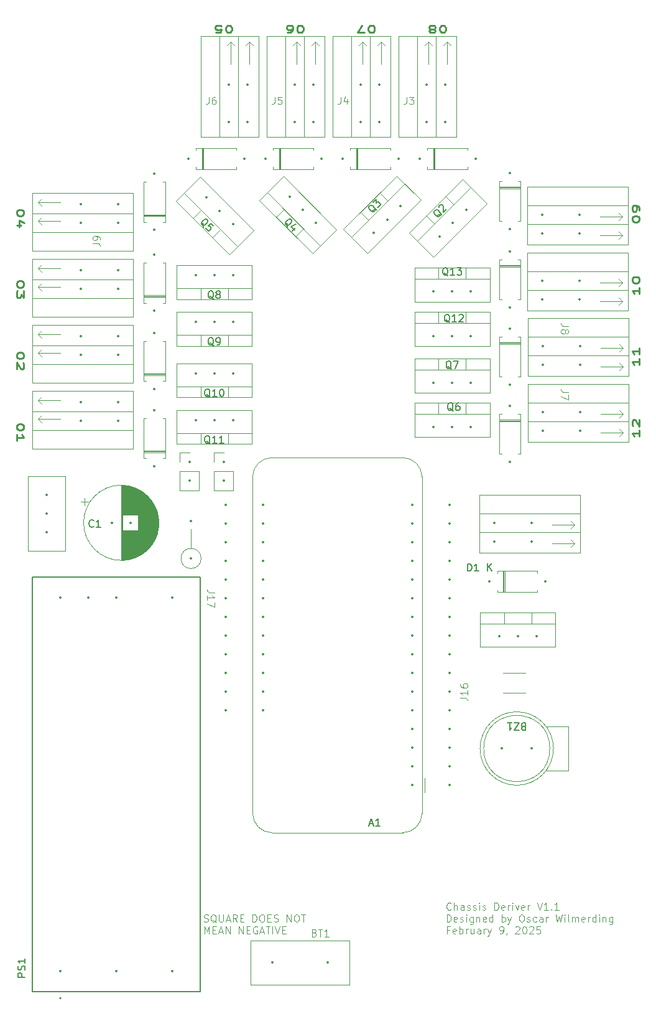
<source format=gbr>
%TF.GenerationSoftware,KiCad,Pcbnew,8.0.4*%
%TF.CreationDate,2025-02-09T16:53:56-05:00*%
%TF.ProjectId,Chassis,43686173-7369-4732-9e6b-696361645f70,rev?*%
%TF.SameCoordinates,Original*%
%TF.FileFunction,Legend,Top*%
%TF.FilePolarity,Positive*%
%FSLAX46Y46*%
G04 Gerber Fmt 4.6, Leading zero omitted, Abs format (unit mm)*
G04 Created by KiCad (PCBNEW 8.0.4) date 2025-02-09 16:53:56*
%MOMM*%
%LPD*%
G01*
G04 APERTURE LIST*
%ADD10C,0.100000*%
%ADD11C,0.250000*%
%ADD12C,0.150000*%
%ADD13C,0.120000*%
%ADD14C,0.127000*%
%ADD15C,0.200000*%
%ADD16C,0.350000*%
G04 APERTURE END LIST*
D10*
X134225312Y-147052292D02*
X134177693Y-147099912D01*
X134177693Y-147099912D02*
X134034836Y-147147531D01*
X134034836Y-147147531D02*
X133939598Y-147147531D01*
X133939598Y-147147531D02*
X133796741Y-147099912D01*
X133796741Y-147099912D02*
X133701503Y-147004673D01*
X133701503Y-147004673D02*
X133653884Y-146909435D01*
X133653884Y-146909435D02*
X133606265Y-146718959D01*
X133606265Y-146718959D02*
X133606265Y-146576102D01*
X133606265Y-146576102D02*
X133653884Y-146385626D01*
X133653884Y-146385626D02*
X133701503Y-146290388D01*
X133701503Y-146290388D02*
X133796741Y-146195150D01*
X133796741Y-146195150D02*
X133939598Y-146147531D01*
X133939598Y-146147531D02*
X134034836Y-146147531D01*
X134034836Y-146147531D02*
X134177693Y-146195150D01*
X134177693Y-146195150D02*
X134225312Y-146242769D01*
X134653884Y-147147531D02*
X134653884Y-146147531D01*
X135082455Y-147147531D02*
X135082455Y-146623721D01*
X135082455Y-146623721D02*
X135034836Y-146528483D01*
X135034836Y-146528483D02*
X134939598Y-146480864D01*
X134939598Y-146480864D02*
X134796741Y-146480864D01*
X134796741Y-146480864D02*
X134701503Y-146528483D01*
X134701503Y-146528483D02*
X134653884Y-146576102D01*
X135987217Y-147147531D02*
X135987217Y-146623721D01*
X135987217Y-146623721D02*
X135939598Y-146528483D01*
X135939598Y-146528483D02*
X135844360Y-146480864D01*
X135844360Y-146480864D02*
X135653884Y-146480864D01*
X135653884Y-146480864D02*
X135558646Y-146528483D01*
X135987217Y-147099912D02*
X135891979Y-147147531D01*
X135891979Y-147147531D02*
X135653884Y-147147531D01*
X135653884Y-147147531D02*
X135558646Y-147099912D01*
X135558646Y-147099912D02*
X135511027Y-147004673D01*
X135511027Y-147004673D02*
X135511027Y-146909435D01*
X135511027Y-146909435D02*
X135558646Y-146814197D01*
X135558646Y-146814197D02*
X135653884Y-146766578D01*
X135653884Y-146766578D02*
X135891979Y-146766578D01*
X135891979Y-146766578D02*
X135987217Y-146718959D01*
X136415789Y-147099912D02*
X136511027Y-147147531D01*
X136511027Y-147147531D02*
X136701503Y-147147531D01*
X136701503Y-147147531D02*
X136796741Y-147099912D01*
X136796741Y-147099912D02*
X136844360Y-147004673D01*
X136844360Y-147004673D02*
X136844360Y-146957054D01*
X136844360Y-146957054D02*
X136796741Y-146861816D01*
X136796741Y-146861816D02*
X136701503Y-146814197D01*
X136701503Y-146814197D02*
X136558646Y-146814197D01*
X136558646Y-146814197D02*
X136463408Y-146766578D01*
X136463408Y-146766578D02*
X136415789Y-146671340D01*
X136415789Y-146671340D02*
X136415789Y-146623721D01*
X136415789Y-146623721D02*
X136463408Y-146528483D01*
X136463408Y-146528483D02*
X136558646Y-146480864D01*
X136558646Y-146480864D02*
X136701503Y-146480864D01*
X136701503Y-146480864D02*
X136796741Y-146528483D01*
X137225313Y-147099912D02*
X137320551Y-147147531D01*
X137320551Y-147147531D02*
X137511027Y-147147531D01*
X137511027Y-147147531D02*
X137606265Y-147099912D01*
X137606265Y-147099912D02*
X137653884Y-147004673D01*
X137653884Y-147004673D02*
X137653884Y-146957054D01*
X137653884Y-146957054D02*
X137606265Y-146861816D01*
X137606265Y-146861816D02*
X137511027Y-146814197D01*
X137511027Y-146814197D02*
X137368170Y-146814197D01*
X137368170Y-146814197D02*
X137272932Y-146766578D01*
X137272932Y-146766578D02*
X137225313Y-146671340D01*
X137225313Y-146671340D02*
X137225313Y-146623721D01*
X137225313Y-146623721D02*
X137272932Y-146528483D01*
X137272932Y-146528483D02*
X137368170Y-146480864D01*
X137368170Y-146480864D02*
X137511027Y-146480864D01*
X137511027Y-146480864D02*
X137606265Y-146528483D01*
X138082456Y-147147531D02*
X138082456Y-146480864D01*
X138082456Y-146147531D02*
X138034837Y-146195150D01*
X138034837Y-146195150D02*
X138082456Y-146242769D01*
X138082456Y-146242769D02*
X138130075Y-146195150D01*
X138130075Y-146195150D02*
X138082456Y-146147531D01*
X138082456Y-146147531D02*
X138082456Y-146242769D01*
X138511027Y-147099912D02*
X138606265Y-147147531D01*
X138606265Y-147147531D02*
X138796741Y-147147531D01*
X138796741Y-147147531D02*
X138891979Y-147099912D01*
X138891979Y-147099912D02*
X138939598Y-147004673D01*
X138939598Y-147004673D02*
X138939598Y-146957054D01*
X138939598Y-146957054D02*
X138891979Y-146861816D01*
X138891979Y-146861816D02*
X138796741Y-146814197D01*
X138796741Y-146814197D02*
X138653884Y-146814197D01*
X138653884Y-146814197D02*
X138558646Y-146766578D01*
X138558646Y-146766578D02*
X138511027Y-146671340D01*
X138511027Y-146671340D02*
X138511027Y-146623721D01*
X138511027Y-146623721D02*
X138558646Y-146528483D01*
X138558646Y-146528483D02*
X138653884Y-146480864D01*
X138653884Y-146480864D02*
X138796741Y-146480864D01*
X138796741Y-146480864D02*
X138891979Y-146528483D01*
X140130075Y-147147531D02*
X140130075Y-146147531D01*
X140130075Y-146147531D02*
X140368170Y-146147531D01*
X140368170Y-146147531D02*
X140511027Y-146195150D01*
X140511027Y-146195150D02*
X140606265Y-146290388D01*
X140606265Y-146290388D02*
X140653884Y-146385626D01*
X140653884Y-146385626D02*
X140701503Y-146576102D01*
X140701503Y-146576102D02*
X140701503Y-146718959D01*
X140701503Y-146718959D02*
X140653884Y-146909435D01*
X140653884Y-146909435D02*
X140606265Y-147004673D01*
X140606265Y-147004673D02*
X140511027Y-147099912D01*
X140511027Y-147099912D02*
X140368170Y-147147531D01*
X140368170Y-147147531D02*
X140130075Y-147147531D01*
X141511027Y-147099912D02*
X141415789Y-147147531D01*
X141415789Y-147147531D02*
X141225313Y-147147531D01*
X141225313Y-147147531D02*
X141130075Y-147099912D01*
X141130075Y-147099912D02*
X141082456Y-147004673D01*
X141082456Y-147004673D02*
X141082456Y-146623721D01*
X141082456Y-146623721D02*
X141130075Y-146528483D01*
X141130075Y-146528483D02*
X141225313Y-146480864D01*
X141225313Y-146480864D02*
X141415789Y-146480864D01*
X141415789Y-146480864D02*
X141511027Y-146528483D01*
X141511027Y-146528483D02*
X141558646Y-146623721D01*
X141558646Y-146623721D02*
X141558646Y-146718959D01*
X141558646Y-146718959D02*
X141082456Y-146814197D01*
X141987218Y-147147531D02*
X141987218Y-146480864D01*
X141987218Y-146671340D02*
X142034837Y-146576102D01*
X142034837Y-146576102D02*
X142082456Y-146528483D01*
X142082456Y-146528483D02*
X142177694Y-146480864D01*
X142177694Y-146480864D02*
X142272932Y-146480864D01*
X142606266Y-147147531D02*
X142606266Y-146480864D01*
X142606266Y-146147531D02*
X142558647Y-146195150D01*
X142558647Y-146195150D02*
X142606266Y-146242769D01*
X142606266Y-146242769D02*
X142653885Y-146195150D01*
X142653885Y-146195150D02*
X142606266Y-146147531D01*
X142606266Y-146147531D02*
X142606266Y-146242769D01*
X142987218Y-146480864D02*
X143225313Y-147147531D01*
X143225313Y-147147531D02*
X143463408Y-146480864D01*
X144225313Y-147099912D02*
X144130075Y-147147531D01*
X144130075Y-147147531D02*
X143939599Y-147147531D01*
X143939599Y-147147531D02*
X143844361Y-147099912D01*
X143844361Y-147099912D02*
X143796742Y-147004673D01*
X143796742Y-147004673D02*
X143796742Y-146623721D01*
X143796742Y-146623721D02*
X143844361Y-146528483D01*
X143844361Y-146528483D02*
X143939599Y-146480864D01*
X143939599Y-146480864D02*
X144130075Y-146480864D01*
X144130075Y-146480864D02*
X144225313Y-146528483D01*
X144225313Y-146528483D02*
X144272932Y-146623721D01*
X144272932Y-146623721D02*
X144272932Y-146718959D01*
X144272932Y-146718959D02*
X143796742Y-146814197D01*
X144701504Y-147147531D02*
X144701504Y-146480864D01*
X144701504Y-146671340D02*
X144749123Y-146576102D01*
X144749123Y-146576102D02*
X144796742Y-146528483D01*
X144796742Y-146528483D02*
X144891980Y-146480864D01*
X144891980Y-146480864D02*
X144987218Y-146480864D01*
X145939600Y-146147531D02*
X146272933Y-147147531D01*
X146272933Y-147147531D02*
X146606266Y-146147531D01*
X147463409Y-147147531D02*
X146891981Y-147147531D01*
X147177695Y-147147531D02*
X147177695Y-146147531D01*
X147177695Y-146147531D02*
X147082457Y-146290388D01*
X147082457Y-146290388D02*
X146987219Y-146385626D01*
X146987219Y-146385626D02*
X146891981Y-146433245D01*
X147891981Y-147052292D02*
X147939600Y-147099912D01*
X147939600Y-147099912D02*
X147891981Y-147147531D01*
X147891981Y-147147531D02*
X147844362Y-147099912D01*
X147844362Y-147099912D02*
X147891981Y-147052292D01*
X147891981Y-147052292D02*
X147891981Y-147147531D01*
X148891980Y-147147531D02*
X148320552Y-147147531D01*
X148606266Y-147147531D02*
X148606266Y-146147531D01*
X148606266Y-146147531D02*
X148511028Y-146290388D01*
X148511028Y-146290388D02*
X148415790Y-146385626D01*
X148415790Y-146385626D02*
X148320552Y-146433245D01*
X133653884Y-148757475D02*
X133653884Y-147757475D01*
X133653884Y-147757475D02*
X133891979Y-147757475D01*
X133891979Y-147757475D02*
X134034836Y-147805094D01*
X134034836Y-147805094D02*
X134130074Y-147900332D01*
X134130074Y-147900332D02*
X134177693Y-147995570D01*
X134177693Y-147995570D02*
X134225312Y-148186046D01*
X134225312Y-148186046D02*
X134225312Y-148328903D01*
X134225312Y-148328903D02*
X134177693Y-148519379D01*
X134177693Y-148519379D02*
X134130074Y-148614617D01*
X134130074Y-148614617D02*
X134034836Y-148709856D01*
X134034836Y-148709856D02*
X133891979Y-148757475D01*
X133891979Y-148757475D02*
X133653884Y-148757475D01*
X135034836Y-148709856D02*
X134939598Y-148757475D01*
X134939598Y-148757475D02*
X134749122Y-148757475D01*
X134749122Y-148757475D02*
X134653884Y-148709856D01*
X134653884Y-148709856D02*
X134606265Y-148614617D01*
X134606265Y-148614617D02*
X134606265Y-148233665D01*
X134606265Y-148233665D02*
X134653884Y-148138427D01*
X134653884Y-148138427D02*
X134749122Y-148090808D01*
X134749122Y-148090808D02*
X134939598Y-148090808D01*
X134939598Y-148090808D02*
X135034836Y-148138427D01*
X135034836Y-148138427D02*
X135082455Y-148233665D01*
X135082455Y-148233665D02*
X135082455Y-148328903D01*
X135082455Y-148328903D02*
X134606265Y-148424141D01*
X135463408Y-148709856D02*
X135558646Y-148757475D01*
X135558646Y-148757475D02*
X135749122Y-148757475D01*
X135749122Y-148757475D02*
X135844360Y-148709856D01*
X135844360Y-148709856D02*
X135891979Y-148614617D01*
X135891979Y-148614617D02*
X135891979Y-148566998D01*
X135891979Y-148566998D02*
X135844360Y-148471760D01*
X135844360Y-148471760D02*
X135749122Y-148424141D01*
X135749122Y-148424141D02*
X135606265Y-148424141D01*
X135606265Y-148424141D02*
X135511027Y-148376522D01*
X135511027Y-148376522D02*
X135463408Y-148281284D01*
X135463408Y-148281284D02*
X135463408Y-148233665D01*
X135463408Y-148233665D02*
X135511027Y-148138427D01*
X135511027Y-148138427D02*
X135606265Y-148090808D01*
X135606265Y-148090808D02*
X135749122Y-148090808D01*
X135749122Y-148090808D02*
X135844360Y-148138427D01*
X136320551Y-148757475D02*
X136320551Y-148090808D01*
X136320551Y-147757475D02*
X136272932Y-147805094D01*
X136272932Y-147805094D02*
X136320551Y-147852713D01*
X136320551Y-147852713D02*
X136368170Y-147805094D01*
X136368170Y-147805094D02*
X136320551Y-147757475D01*
X136320551Y-147757475D02*
X136320551Y-147852713D01*
X137225312Y-148090808D02*
X137225312Y-148900332D01*
X137225312Y-148900332D02*
X137177693Y-148995570D01*
X137177693Y-148995570D02*
X137130074Y-149043189D01*
X137130074Y-149043189D02*
X137034836Y-149090808D01*
X137034836Y-149090808D02*
X136891979Y-149090808D01*
X136891979Y-149090808D02*
X136796741Y-149043189D01*
X137225312Y-148709856D02*
X137130074Y-148757475D01*
X137130074Y-148757475D02*
X136939598Y-148757475D01*
X136939598Y-148757475D02*
X136844360Y-148709856D01*
X136844360Y-148709856D02*
X136796741Y-148662236D01*
X136796741Y-148662236D02*
X136749122Y-148566998D01*
X136749122Y-148566998D02*
X136749122Y-148281284D01*
X136749122Y-148281284D02*
X136796741Y-148186046D01*
X136796741Y-148186046D02*
X136844360Y-148138427D01*
X136844360Y-148138427D02*
X136939598Y-148090808D01*
X136939598Y-148090808D02*
X137130074Y-148090808D01*
X137130074Y-148090808D02*
X137225312Y-148138427D01*
X137701503Y-148090808D02*
X137701503Y-148757475D01*
X137701503Y-148186046D02*
X137749122Y-148138427D01*
X137749122Y-148138427D02*
X137844360Y-148090808D01*
X137844360Y-148090808D02*
X137987217Y-148090808D01*
X137987217Y-148090808D02*
X138082455Y-148138427D01*
X138082455Y-148138427D02*
X138130074Y-148233665D01*
X138130074Y-148233665D02*
X138130074Y-148757475D01*
X138987217Y-148709856D02*
X138891979Y-148757475D01*
X138891979Y-148757475D02*
X138701503Y-148757475D01*
X138701503Y-148757475D02*
X138606265Y-148709856D01*
X138606265Y-148709856D02*
X138558646Y-148614617D01*
X138558646Y-148614617D02*
X138558646Y-148233665D01*
X138558646Y-148233665D02*
X138606265Y-148138427D01*
X138606265Y-148138427D02*
X138701503Y-148090808D01*
X138701503Y-148090808D02*
X138891979Y-148090808D01*
X138891979Y-148090808D02*
X138987217Y-148138427D01*
X138987217Y-148138427D02*
X139034836Y-148233665D01*
X139034836Y-148233665D02*
X139034836Y-148328903D01*
X139034836Y-148328903D02*
X138558646Y-148424141D01*
X139891979Y-148757475D02*
X139891979Y-147757475D01*
X139891979Y-148709856D02*
X139796741Y-148757475D01*
X139796741Y-148757475D02*
X139606265Y-148757475D01*
X139606265Y-148757475D02*
X139511027Y-148709856D01*
X139511027Y-148709856D02*
X139463408Y-148662236D01*
X139463408Y-148662236D02*
X139415789Y-148566998D01*
X139415789Y-148566998D02*
X139415789Y-148281284D01*
X139415789Y-148281284D02*
X139463408Y-148186046D01*
X139463408Y-148186046D02*
X139511027Y-148138427D01*
X139511027Y-148138427D02*
X139606265Y-148090808D01*
X139606265Y-148090808D02*
X139796741Y-148090808D01*
X139796741Y-148090808D02*
X139891979Y-148138427D01*
X141130075Y-148757475D02*
X141130075Y-147757475D01*
X141130075Y-148138427D02*
X141225313Y-148090808D01*
X141225313Y-148090808D02*
X141415789Y-148090808D01*
X141415789Y-148090808D02*
X141511027Y-148138427D01*
X141511027Y-148138427D02*
X141558646Y-148186046D01*
X141558646Y-148186046D02*
X141606265Y-148281284D01*
X141606265Y-148281284D02*
X141606265Y-148566998D01*
X141606265Y-148566998D02*
X141558646Y-148662236D01*
X141558646Y-148662236D02*
X141511027Y-148709856D01*
X141511027Y-148709856D02*
X141415789Y-148757475D01*
X141415789Y-148757475D02*
X141225313Y-148757475D01*
X141225313Y-148757475D02*
X141130075Y-148709856D01*
X141939599Y-148090808D02*
X142177694Y-148757475D01*
X142415789Y-148090808D02*
X142177694Y-148757475D01*
X142177694Y-148757475D02*
X142082456Y-148995570D01*
X142082456Y-148995570D02*
X142034837Y-149043189D01*
X142034837Y-149043189D02*
X141939599Y-149090808D01*
X143749123Y-147757475D02*
X143939599Y-147757475D01*
X143939599Y-147757475D02*
X144034837Y-147805094D01*
X144034837Y-147805094D02*
X144130075Y-147900332D01*
X144130075Y-147900332D02*
X144177694Y-148090808D01*
X144177694Y-148090808D02*
X144177694Y-148424141D01*
X144177694Y-148424141D02*
X144130075Y-148614617D01*
X144130075Y-148614617D02*
X144034837Y-148709856D01*
X144034837Y-148709856D02*
X143939599Y-148757475D01*
X143939599Y-148757475D02*
X143749123Y-148757475D01*
X143749123Y-148757475D02*
X143653885Y-148709856D01*
X143653885Y-148709856D02*
X143558647Y-148614617D01*
X143558647Y-148614617D02*
X143511028Y-148424141D01*
X143511028Y-148424141D02*
X143511028Y-148090808D01*
X143511028Y-148090808D02*
X143558647Y-147900332D01*
X143558647Y-147900332D02*
X143653885Y-147805094D01*
X143653885Y-147805094D02*
X143749123Y-147757475D01*
X144558647Y-148709856D02*
X144653885Y-148757475D01*
X144653885Y-148757475D02*
X144844361Y-148757475D01*
X144844361Y-148757475D02*
X144939599Y-148709856D01*
X144939599Y-148709856D02*
X144987218Y-148614617D01*
X144987218Y-148614617D02*
X144987218Y-148566998D01*
X144987218Y-148566998D02*
X144939599Y-148471760D01*
X144939599Y-148471760D02*
X144844361Y-148424141D01*
X144844361Y-148424141D02*
X144701504Y-148424141D01*
X144701504Y-148424141D02*
X144606266Y-148376522D01*
X144606266Y-148376522D02*
X144558647Y-148281284D01*
X144558647Y-148281284D02*
X144558647Y-148233665D01*
X144558647Y-148233665D02*
X144606266Y-148138427D01*
X144606266Y-148138427D02*
X144701504Y-148090808D01*
X144701504Y-148090808D02*
X144844361Y-148090808D01*
X144844361Y-148090808D02*
X144939599Y-148138427D01*
X145844361Y-148709856D02*
X145749123Y-148757475D01*
X145749123Y-148757475D02*
X145558647Y-148757475D01*
X145558647Y-148757475D02*
X145463409Y-148709856D01*
X145463409Y-148709856D02*
X145415790Y-148662236D01*
X145415790Y-148662236D02*
X145368171Y-148566998D01*
X145368171Y-148566998D02*
X145368171Y-148281284D01*
X145368171Y-148281284D02*
X145415790Y-148186046D01*
X145415790Y-148186046D02*
X145463409Y-148138427D01*
X145463409Y-148138427D02*
X145558647Y-148090808D01*
X145558647Y-148090808D02*
X145749123Y-148090808D01*
X145749123Y-148090808D02*
X145844361Y-148138427D01*
X146701504Y-148757475D02*
X146701504Y-148233665D01*
X146701504Y-148233665D02*
X146653885Y-148138427D01*
X146653885Y-148138427D02*
X146558647Y-148090808D01*
X146558647Y-148090808D02*
X146368171Y-148090808D01*
X146368171Y-148090808D02*
X146272933Y-148138427D01*
X146701504Y-148709856D02*
X146606266Y-148757475D01*
X146606266Y-148757475D02*
X146368171Y-148757475D01*
X146368171Y-148757475D02*
X146272933Y-148709856D01*
X146272933Y-148709856D02*
X146225314Y-148614617D01*
X146225314Y-148614617D02*
X146225314Y-148519379D01*
X146225314Y-148519379D02*
X146272933Y-148424141D01*
X146272933Y-148424141D02*
X146368171Y-148376522D01*
X146368171Y-148376522D02*
X146606266Y-148376522D01*
X146606266Y-148376522D02*
X146701504Y-148328903D01*
X147177695Y-148757475D02*
X147177695Y-148090808D01*
X147177695Y-148281284D02*
X147225314Y-148186046D01*
X147225314Y-148186046D02*
X147272933Y-148138427D01*
X147272933Y-148138427D02*
X147368171Y-148090808D01*
X147368171Y-148090808D02*
X147463409Y-148090808D01*
X148463410Y-147757475D02*
X148701505Y-148757475D01*
X148701505Y-148757475D02*
X148891981Y-148043189D01*
X148891981Y-148043189D02*
X149082457Y-148757475D01*
X149082457Y-148757475D02*
X149320553Y-147757475D01*
X149701505Y-148757475D02*
X149701505Y-148090808D01*
X149701505Y-147757475D02*
X149653886Y-147805094D01*
X149653886Y-147805094D02*
X149701505Y-147852713D01*
X149701505Y-147852713D02*
X149749124Y-147805094D01*
X149749124Y-147805094D02*
X149701505Y-147757475D01*
X149701505Y-147757475D02*
X149701505Y-147852713D01*
X150320552Y-148757475D02*
X150225314Y-148709856D01*
X150225314Y-148709856D02*
X150177695Y-148614617D01*
X150177695Y-148614617D02*
X150177695Y-147757475D01*
X150701505Y-148757475D02*
X150701505Y-148090808D01*
X150701505Y-148186046D02*
X150749124Y-148138427D01*
X150749124Y-148138427D02*
X150844362Y-148090808D01*
X150844362Y-148090808D02*
X150987219Y-148090808D01*
X150987219Y-148090808D02*
X151082457Y-148138427D01*
X151082457Y-148138427D02*
X151130076Y-148233665D01*
X151130076Y-148233665D02*
X151130076Y-148757475D01*
X151130076Y-148233665D02*
X151177695Y-148138427D01*
X151177695Y-148138427D02*
X151272933Y-148090808D01*
X151272933Y-148090808D02*
X151415790Y-148090808D01*
X151415790Y-148090808D02*
X151511029Y-148138427D01*
X151511029Y-148138427D02*
X151558648Y-148233665D01*
X151558648Y-148233665D02*
X151558648Y-148757475D01*
X152415790Y-148709856D02*
X152320552Y-148757475D01*
X152320552Y-148757475D02*
X152130076Y-148757475D01*
X152130076Y-148757475D02*
X152034838Y-148709856D01*
X152034838Y-148709856D02*
X151987219Y-148614617D01*
X151987219Y-148614617D02*
X151987219Y-148233665D01*
X151987219Y-148233665D02*
X152034838Y-148138427D01*
X152034838Y-148138427D02*
X152130076Y-148090808D01*
X152130076Y-148090808D02*
X152320552Y-148090808D01*
X152320552Y-148090808D02*
X152415790Y-148138427D01*
X152415790Y-148138427D02*
X152463409Y-148233665D01*
X152463409Y-148233665D02*
X152463409Y-148328903D01*
X152463409Y-148328903D02*
X151987219Y-148424141D01*
X152891981Y-148757475D02*
X152891981Y-148090808D01*
X152891981Y-148281284D02*
X152939600Y-148186046D01*
X152939600Y-148186046D02*
X152987219Y-148138427D01*
X152987219Y-148138427D02*
X153082457Y-148090808D01*
X153082457Y-148090808D02*
X153177695Y-148090808D01*
X153939600Y-148757475D02*
X153939600Y-147757475D01*
X153939600Y-148709856D02*
X153844362Y-148757475D01*
X153844362Y-148757475D02*
X153653886Y-148757475D01*
X153653886Y-148757475D02*
X153558648Y-148709856D01*
X153558648Y-148709856D02*
X153511029Y-148662236D01*
X153511029Y-148662236D02*
X153463410Y-148566998D01*
X153463410Y-148566998D02*
X153463410Y-148281284D01*
X153463410Y-148281284D02*
X153511029Y-148186046D01*
X153511029Y-148186046D02*
X153558648Y-148138427D01*
X153558648Y-148138427D02*
X153653886Y-148090808D01*
X153653886Y-148090808D02*
X153844362Y-148090808D01*
X153844362Y-148090808D02*
X153939600Y-148138427D01*
X154415791Y-148757475D02*
X154415791Y-148090808D01*
X154415791Y-147757475D02*
X154368172Y-147805094D01*
X154368172Y-147805094D02*
X154415791Y-147852713D01*
X154415791Y-147852713D02*
X154463410Y-147805094D01*
X154463410Y-147805094D02*
X154415791Y-147757475D01*
X154415791Y-147757475D02*
X154415791Y-147852713D01*
X154891981Y-148090808D02*
X154891981Y-148757475D01*
X154891981Y-148186046D02*
X154939600Y-148138427D01*
X154939600Y-148138427D02*
X155034838Y-148090808D01*
X155034838Y-148090808D02*
X155177695Y-148090808D01*
X155177695Y-148090808D02*
X155272933Y-148138427D01*
X155272933Y-148138427D02*
X155320552Y-148233665D01*
X155320552Y-148233665D02*
X155320552Y-148757475D01*
X156225314Y-148090808D02*
X156225314Y-148900332D01*
X156225314Y-148900332D02*
X156177695Y-148995570D01*
X156177695Y-148995570D02*
X156130076Y-149043189D01*
X156130076Y-149043189D02*
X156034838Y-149090808D01*
X156034838Y-149090808D02*
X155891981Y-149090808D01*
X155891981Y-149090808D02*
X155796743Y-149043189D01*
X156225314Y-148709856D02*
X156130076Y-148757475D01*
X156130076Y-148757475D02*
X155939600Y-148757475D01*
X155939600Y-148757475D02*
X155844362Y-148709856D01*
X155844362Y-148709856D02*
X155796743Y-148662236D01*
X155796743Y-148662236D02*
X155749124Y-148566998D01*
X155749124Y-148566998D02*
X155749124Y-148281284D01*
X155749124Y-148281284D02*
X155796743Y-148186046D01*
X155796743Y-148186046D02*
X155844362Y-148138427D01*
X155844362Y-148138427D02*
X155939600Y-148090808D01*
X155939600Y-148090808D02*
X156130076Y-148090808D01*
X156130076Y-148090808D02*
X156225314Y-148138427D01*
X133987217Y-149843609D02*
X133653884Y-149843609D01*
X133653884Y-150367419D02*
X133653884Y-149367419D01*
X133653884Y-149367419D02*
X134130074Y-149367419D01*
X134891979Y-150319800D02*
X134796741Y-150367419D01*
X134796741Y-150367419D02*
X134606265Y-150367419D01*
X134606265Y-150367419D02*
X134511027Y-150319800D01*
X134511027Y-150319800D02*
X134463408Y-150224561D01*
X134463408Y-150224561D02*
X134463408Y-149843609D01*
X134463408Y-149843609D02*
X134511027Y-149748371D01*
X134511027Y-149748371D02*
X134606265Y-149700752D01*
X134606265Y-149700752D02*
X134796741Y-149700752D01*
X134796741Y-149700752D02*
X134891979Y-149748371D01*
X134891979Y-149748371D02*
X134939598Y-149843609D01*
X134939598Y-149843609D02*
X134939598Y-149938847D01*
X134939598Y-149938847D02*
X134463408Y-150034085D01*
X135368170Y-150367419D02*
X135368170Y-149367419D01*
X135368170Y-149748371D02*
X135463408Y-149700752D01*
X135463408Y-149700752D02*
X135653884Y-149700752D01*
X135653884Y-149700752D02*
X135749122Y-149748371D01*
X135749122Y-149748371D02*
X135796741Y-149795990D01*
X135796741Y-149795990D02*
X135844360Y-149891228D01*
X135844360Y-149891228D02*
X135844360Y-150176942D01*
X135844360Y-150176942D02*
X135796741Y-150272180D01*
X135796741Y-150272180D02*
X135749122Y-150319800D01*
X135749122Y-150319800D02*
X135653884Y-150367419D01*
X135653884Y-150367419D02*
X135463408Y-150367419D01*
X135463408Y-150367419D02*
X135368170Y-150319800D01*
X136272932Y-150367419D02*
X136272932Y-149700752D01*
X136272932Y-149891228D02*
X136320551Y-149795990D01*
X136320551Y-149795990D02*
X136368170Y-149748371D01*
X136368170Y-149748371D02*
X136463408Y-149700752D01*
X136463408Y-149700752D02*
X136558646Y-149700752D01*
X137320551Y-149700752D02*
X137320551Y-150367419D01*
X136891980Y-149700752D02*
X136891980Y-150224561D01*
X136891980Y-150224561D02*
X136939599Y-150319800D01*
X136939599Y-150319800D02*
X137034837Y-150367419D01*
X137034837Y-150367419D02*
X137177694Y-150367419D01*
X137177694Y-150367419D02*
X137272932Y-150319800D01*
X137272932Y-150319800D02*
X137320551Y-150272180D01*
X138225313Y-150367419D02*
X138225313Y-149843609D01*
X138225313Y-149843609D02*
X138177694Y-149748371D01*
X138177694Y-149748371D02*
X138082456Y-149700752D01*
X138082456Y-149700752D02*
X137891980Y-149700752D01*
X137891980Y-149700752D02*
X137796742Y-149748371D01*
X138225313Y-150319800D02*
X138130075Y-150367419D01*
X138130075Y-150367419D02*
X137891980Y-150367419D01*
X137891980Y-150367419D02*
X137796742Y-150319800D01*
X137796742Y-150319800D02*
X137749123Y-150224561D01*
X137749123Y-150224561D02*
X137749123Y-150129323D01*
X137749123Y-150129323D02*
X137796742Y-150034085D01*
X137796742Y-150034085D02*
X137891980Y-149986466D01*
X137891980Y-149986466D02*
X138130075Y-149986466D01*
X138130075Y-149986466D02*
X138225313Y-149938847D01*
X138701504Y-150367419D02*
X138701504Y-149700752D01*
X138701504Y-149891228D02*
X138749123Y-149795990D01*
X138749123Y-149795990D02*
X138796742Y-149748371D01*
X138796742Y-149748371D02*
X138891980Y-149700752D01*
X138891980Y-149700752D02*
X138987218Y-149700752D01*
X139225314Y-149700752D02*
X139463409Y-150367419D01*
X139701504Y-149700752D02*
X139463409Y-150367419D01*
X139463409Y-150367419D02*
X139368171Y-150605514D01*
X139368171Y-150605514D02*
X139320552Y-150653133D01*
X139320552Y-150653133D02*
X139225314Y-150700752D01*
X140891981Y-150367419D02*
X141082457Y-150367419D01*
X141082457Y-150367419D02*
X141177695Y-150319800D01*
X141177695Y-150319800D02*
X141225314Y-150272180D01*
X141225314Y-150272180D02*
X141320552Y-150129323D01*
X141320552Y-150129323D02*
X141368171Y-149938847D01*
X141368171Y-149938847D02*
X141368171Y-149557895D01*
X141368171Y-149557895D02*
X141320552Y-149462657D01*
X141320552Y-149462657D02*
X141272933Y-149415038D01*
X141272933Y-149415038D02*
X141177695Y-149367419D01*
X141177695Y-149367419D02*
X140987219Y-149367419D01*
X140987219Y-149367419D02*
X140891981Y-149415038D01*
X140891981Y-149415038D02*
X140844362Y-149462657D01*
X140844362Y-149462657D02*
X140796743Y-149557895D01*
X140796743Y-149557895D02*
X140796743Y-149795990D01*
X140796743Y-149795990D02*
X140844362Y-149891228D01*
X140844362Y-149891228D02*
X140891981Y-149938847D01*
X140891981Y-149938847D02*
X140987219Y-149986466D01*
X140987219Y-149986466D02*
X141177695Y-149986466D01*
X141177695Y-149986466D02*
X141272933Y-149938847D01*
X141272933Y-149938847D02*
X141320552Y-149891228D01*
X141320552Y-149891228D02*
X141368171Y-149795990D01*
X141844362Y-150319800D02*
X141844362Y-150367419D01*
X141844362Y-150367419D02*
X141796743Y-150462657D01*
X141796743Y-150462657D02*
X141749124Y-150510276D01*
X142987219Y-149462657D02*
X143034838Y-149415038D01*
X143034838Y-149415038D02*
X143130076Y-149367419D01*
X143130076Y-149367419D02*
X143368171Y-149367419D01*
X143368171Y-149367419D02*
X143463409Y-149415038D01*
X143463409Y-149415038D02*
X143511028Y-149462657D01*
X143511028Y-149462657D02*
X143558647Y-149557895D01*
X143558647Y-149557895D02*
X143558647Y-149653133D01*
X143558647Y-149653133D02*
X143511028Y-149795990D01*
X143511028Y-149795990D02*
X142939600Y-150367419D01*
X142939600Y-150367419D02*
X143558647Y-150367419D01*
X144177695Y-149367419D02*
X144272933Y-149367419D01*
X144272933Y-149367419D02*
X144368171Y-149415038D01*
X144368171Y-149415038D02*
X144415790Y-149462657D01*
X144415790Y-149462657D02*
X144463409Y-149557895D01*
X144463409Y-149557895D02*
X144511028Y-149748371D01*
X144511028Y-149748371D02*
X144511028Y-149986466D01*
X144511028Y-149986466D02*
X144463409Y-150176942D01*
X144463409Y-150176942D02*
X144415790Y-150272180D01*
X144415790Y-150272180D02*
X144368171Y-150319800D01*
X144368171Y-150319800D02*
X144272933Y-150367419D01*
X144272933Y-150367419D02*
X144177695Y-150367419D01*
X144177695Y-150367419D02*
X144082457Y-150319800D01*
X144082457Y-150319800D02*
X144034838Y-150272180D01*
X144034838Y-150272180D02*
X143987219Y-150176942D01*
X143987219Y-150176942D02*
X143939600Y-149986466D01*
X143939600Y-149986466D02*
X143939600Y-149748371D01*
X143939600Y-149748371D02*
X143987219Y-149557895D01*
X143987219Y-149557895D02*
X144034838Y-149462657D01*
X144034838Y-149462657D02*
X144082457Y-149415038D01*
X144082457Y-149415038D02*
X144177695Y-149367419D01*
X144891981Y-149462657D02*
X144939600Y-149415038D01*
X144939600Y-149415038D02*
X145034838Y-149367419D01*
X145034838Y-149367419D02*
X145272933Y-149367419D01*
X145272933Y-149367419D02*
X145368171Y-149415038D01*
X145368171Y-149415038D02*
X145415790Y-149462657D01*
X145415790Y-149462657D02*
X145463409Y-149557895D01*
X145463409Y-149557895D02*
X145463409Y-149653133D01*
X145463409Y-149653133D02*
X145415790Y-149795990D01*
X145415790Y-149795990D02*
X144844362Y-150367419D01*
X144844362Y-150367419D02*
X145463409Y-150367419D01*
X146368171Y-149367419D02*
X145891981Y-149367419D01*
X145891981Y-149367419D02*
X145844362Y-149843609D01*
X145844362Y-149843609D02*
X145891981Y-149795990D01*
X145891981Y-149795990D02*
X145987219Y-149748371D01*
X145987219Y-149748371D02*
X146225314Y-149748371D01*
X146225314Y-149748371D02*
X146320552Y-149795990D01*
X146320552Y-149795990D02*
X146368171Y-149843609D01*
X146368171Y-149843609D02*
X146415790Y-149938847D01*
X146415790Y-149938847D02*
X146415790Y-150176942D01*
X146415790Y-150176942D02*
X146368171Y-150272180D01*
X146368171Y-150272180D02*
X146320552Y-150319800D01*
X146320552Y-150319800D02*
X146225314Y-150367419D01*
X146225314Y-150367419D02*
X145987219Y-150367419D01*
X145987219Y-150367419D02*
X145891981Y-150319800D01*
X145891981Y-150319800D02*
X145844362Y-150272180D01*
X100586265Y-148709856D02*
X100729122Y-148757475D01*
X100729122Y-148757475D02*
X100967217Y-148757475D01*
X100967217Y-148757475D02*
X101062455Y-148709856D01*
X101062455Y-148709856D02*
X101110074Y-148662236D01*
X101110074Y-148662236D02*
X101157693Y-148566998D01*
X101157693Y-148566998D02*
X101157693Y-148471760D01*
X101157693Y-148471760D02*
X101110074Y-148376522D01*
X101110074Y-148376522D02*
X101062455Y-148328903D01*
X101062455Y-148328903D02*
X100967217Y-148281284D01*
X100967217Y-148281284D02*
X100776741Y-148233665D01*
X100776741Y-148233665D02*
X100681503Y-148186046D01*
X100681503Y-148186046D02*
X100633884Y-148138427D01*
X100633884Y-148138427D02*
X100586265Y-148043189D01*
X100586265Y-148043189D02*
X100586265Y-147947951D01*
X100586265Y-147947951D02*
X100633884Y-147852713D01*
X100633884Y-147852713D02*
X100681503Y-147805094D01*
X100681503Y-147805094D02*
X100776741Y-147757475D01*
X100776741Y-147757475D02*
X101014836Y-147757475D01*
X101014836Y-147757475D02*
X101157693Y-147805094D01*
X102252931Y-148852713D02*
X102157693Y-148805094D01*
X102157693Y-148805094D02*
X102062455Y-148709856D01*
X102062455Y-148709856D02*
X101919598Y-148566998D01*
X101919598Y-148566998D02*
X101824360Y-148519379D01*
X101824360Y-148519379D02*
X101729122Y-148519379D01*
X101776741Y-148757475D02*
X101681503Y-148709856D01*
X101681503Y-148709856D02*
X101586265Y-148614617D01*
X101586265Y-148614617D02*
X101538646Y-148424141D01*
X101538646Y-148424141D02*
X101538646Y-148090808D01*
X101538646Y-148090808D02*
X101586265Y-147900332D01*
X101586265Y-147900332D02*
X101681503Y-147805094D01*
X101681503Y-147805094D02*
X101776741Y-147757475D01*
X101776741Y-147757475D02*
X101967217Y-147757475D01*
X101967217Y-147757475D02*
X102062455Y-147805094D01*
X102062455Y-147805094D02*
X102157693Y-147900332D01*
X102157693Y-147900332D02*
X102205312Y-148090808D01*
X102205312Y-148090808D02*
X102205312Y-148424141D01*
X102205312Y-148424141D02*
X102157693Y-148614617D01*
X102157693Y-148614617D02*
X102062455Y-148709856D01*
X102062455Y-148709856D02*
X101967217Y-148757475D01*
X101967217Y-148757475D02*
X101776741Y-148757475D01*
X102633884Y-147757475D02*
X102633884Y-148566998D01*
X102633884Y-148566998D02*
X102681503Y-148662236D01*
X102681503Y-148662236D02*
X102729122Y-148709856D01*
X102729122Y-148709856D02*
X102824360Y-148757475D01*
X102824360Y-148757475D02*
X103014836Y-148757475D01*
X103014836Y-148757475D02*
X103110074Y-148709856D01*
X103110074Y-148709856D02*
X103157693Y-148662236D01*
X103157693Y-148662236D02*
X103205312Y-148566998D01*
X103205312Y-148566998D02*
X103205312Y-147757475D01*
X103633884Y-148471760D02*
X104110074Y-148471760D01*
X103538646Y-148757475D02*
X103871979Y-147757475D01*
X103871979Y-147757475D02*
X104205312Y-148757475D01*
X105110074Y-148757475D02*
X104776741Y-148281284D01*
X104538646Y-148757475D02*
X104538646Y-147757475D01*
X104538646Y-147757475D02*
X104919598Y-147757475D01*
X104919598Y-147757475D02*
X105014836Y-147805094D01*
X105014836Y-147805094D02*
X105062455Y-147852713D01*
X105062455Y-147852713D02*
X105110074Y-147947951D01*
X105110074Y-147947951D02*
X105110074Y-148090808D01*
X105110074Y-148090808D02*
X105062455Y-148186046D01*
X105062455Y-148186046D02*
X105014836Y-148233665D01*
X105014836Y-148233665D02*
X104919598Y-148281284D01*
X104919598Y-148281284D02*
X104538646Y-148281284D01*
X105538646Y-148233665D02*
X105871979Y-148233665D01*
X106014836Y-148757475D02*
X105538646Y-148757475D01*
X105538646Y-148757475D02*
X105538646Y-147757475D01*
X105538646Y-147757475D02*
X106014836Y-147757475D01*
X107205313Y-148757475D02*
X107205313Y-147757475D01*
X107205313Y-147757475D02*
X107443408Y-147757475D01*
X107443408Y-147757475D02*
X107586265Y-147805094D01*
X107586265Y-147805094D02*
X107681503Y-147900332D01*
X107681503Y-147900332D02*
X107729122Y-147995570D01*
X107729122Y-147995570D02*
X107776741Y-148186046D01*
X107776741Y-148186046D02*
X107776741Y-148328903D01*
X107776741Y-148328903D02*
X107729122Y-148519379D01*
X107729122Y-148519379D02*
X107681503Y-148614617D01*
X107681503Y-148614617D02*
X107586265Y-148709856D01*
X107586265Y-148709856D02*
X107443408Y-148757475D01*
X107443408Y-148757475D02*
X107205313Y-148757475D01*
X108395789Y-147757475D02*
X108586265Y-147757475D01*
X108586265Y-147757475D02*
X108681503Y-147805094D01*
X108681503Y-147805094D02*
X108776741Y-147900332D01*
X108776741Y-147900332D02*
X108824360Y-148090808D01*
X108824360Y-148090808D02*
X108824360Y-148424141D01*
X108824360Y-148424141D02*
X108776741Y-148614617D01*
X108776741Y-148614617D02*
X108681503Y-148709856D01*
X108681503Y-148709856D02*
X108586265Y-148757475D01*
X108586265Y-148757475D02*
X108395789Y-148757475D01*
X108395789Y-148757475D02*
X108300551Y-148709856D01*
X108300551Y-148709856D02*
X108205313Y-148614617D01*
X108205313Y-148614617D02*
X108157694Y-148424141D01*
X108157694Y-148424141D02*
X108157694Y-148090808D01*
X108157694Y-148090808D02*
X108205313Y-147900332D01*
X108205313Y-147900332D02*
X108300551Y-147805094D01*
X108300551Y-147805094D02*
X108395789Y-147757475D01*
X109252932Y-148233665D02*
X109586265Y-148233665D01*
X109729122Y-148757475D02*
X109252932Y-148757475D01*
X109252932Y-148757475D02*
X109252932Y-147757475D01*
X109252932Y-147757475D02*
X109729122Y-147757475D01*
X110110075Y-148709856D02*
X110252932Y-148757475D01*
X110252932Y-148757475D02*
X110491027Y-148757475D01*
X110491027Y-148757475D02*
X110586265Y-148709856D01*
X110586265Y-148709856D02*
X110633884Y-148662236D01*
X110633884Y-148662236D02*
X110681503Y-148566998D01*
X110681503Y-148566998D02*
X110681503Y-148471760D01*
X110681503Y-148471760D02*
X110633884Y-148376522D01*
X110633884Y-148376522D02*
X110586265Y-148328903D01*
X110586265Y-148328903D02*
X110491027Y-148281284D01*
X110491027Y-148281284D02*
X110300551Y-148233665D01*
X110300551Y-148233665D02*
X110205313Y-148186046D01*
X110205313Y-148186046D02*
X110157694Y-148138427D01*
X110157694Y-148138427D02*
X110110075Y-148043189D01*
X110110075Y-148043189D02*
X110110075Y-147947951D01*
X110110075Y-147947951D02*
X110157694Y-147852713D01*
X110157694Y-147852713D02*
X110205313Y-147805094D01*
X110205313Y-147805094D02*
X110300551Y-147757475D01*
X110300551Y-147757475D02*
X110538646Y-147757475D01*
X110538646Y-147757475D02*
X110681503Y-147805094D01*
X111871980Y-148757475D02*
X111871980Y-147757475D01*
X111871980Y-147757475D02*
X112443408Y-148757475D01*
X112443408Y-148757475D02*
X112443408Y-147757475D01*
X113110075Y-147757475D02*
X113300551Y-147757475D01*
X113300551Y-147757475D02*
X113395789Y-147805094D01*
X113395789Y-147805094D02*
X113491027Y-147900332D01*
X113491027Y-147900332D02*
X113538646Y-148090808D01*
X113538646Y-148090808D02*
X113538646Y-148424141D01*
X113538646Y-148424141D02*
X113491027Y-148614617D01*
X113491027Y-148614617D02*
X113395789Y-148709856D01*
X113395789Y-148709856D02*
X113300551Y-148757475D01*
X113300551Y-148757475D02*
X113110075Y-148757475D01*
X113110075Y-148757475D02*
X113014837Y-148709856D01*
X113014837Y-148709856D02*
X112919599Y-148614617D01*
X112919599Y-148614617D02*
X112871980Y-148424141D01*
X112871980Y-148424141D02*
X112871980Y-148090808D01*
X112871980Y-148090808D02*
X112919599Y-147900332D01*
X112919599Y-147900332D02*
X113014837Y-147805094D01*
X113014837Y-147805094D02*
X113110075Y-147757475D01*
X113824361Y-147757475D02*
X114395789Y-147757475D01*
X114110075Y-148757475D02*
X114110075Y-147757475D01*
X100633884Y-150367419D02*
X100633884Y-149367419D01*
X100633884Y-149367419D02*
X100967217Y-150081704D01*
X100967217Y-150081704D02*
X101300550Y-149367419D01*
X101300550Y-149367419D02*
X101300550Y-150367419D01*
X101776741Y-149843609D02*
X102110074Y-149843609D01*
X102252931Y-150367419D02*
X101776741Y-150367419D01*
X101776741Y-150367419D02*
X101776741Y-149367419D01*
X101776741Y-149367419D02*
X102252931Y-149367419D01*
X102633884Y-150081704D02*
X103110074Y-150081704D01*
X102538646Y-150367419D02*
X102871979Y-149367419D01*
X102871979Y-149367419D02*
X103205312Y-150367419D01*
X103538646Y-150367419D02*
X103538646Y-149367419D01*
X103538646Y-149367419D02*
X104110074Y-150367419D01*
X104110074Y-150367419D02*
X104110074Y-149367419D01*
X105348170Y-150367419D02*
X105348170Y-149367419D01*
X105348170Y-149367419D02*
X105919598Y-150367419D01*
X105919598Y-150367419D02*
X105919598Y-149367419D01*
X106395789Y-149843609D02*
X106729122Y-149843609D01*
X106871979Y-150367419D02*
X106395789Y-150367419D01*
X106395789Y-150367419D02*
X106395789Y-149367419D01*
X106395789Y-149367419D02*
X106871979Y-149367419D01*
X107824360Y-149415038D02*
X107729122Y-149367419D01*
X107729122Y-149367419D02*
X107586265Y-149367419D01*
X107586265Y-149367419D02*
X107443408Y-149415038D01*
X107443408Y-149415038D02*
X107348170Y-149510276D01*
X107348170Y-149510276D02*
X107300551Y-149605514D01*
X107300551Y-149605514D02*
X107252932Y-149795990D01*
X107252932Y-149795990D02*
X107252932Y-149938847D01*
X107252932Y-149938847D02*
X107300551Y-150129323D01*
X107300551Y-150129323D02*
X107348170Y-150224561D01*
X107348170Y-150224561D02*
X107443408Y-150319800D01*
X107443408Y-150319800D02*
X107586265Y-150367419D01*
X107586265Y-150367419D02*
X107681503Y-150367419D01*
X107681503Y-150367419D02*
X107824360Y-150319800D01*
X107824360Y-150319800D02*
X107871979Y-150272180D01*
X107871979Y-150272180D02*
X107871979Y-149938847D01*
X107871979Y-149938847D02*
X107681503Y-149938847D01*
X108252932Y-150081704D02*
X108729122Y-150081704D01*
X108157694Y-150367419D02*
X108491027Y-149367419D01*
X108491027Y-149367419D02*
X108824360Y-150367419D01*
X109014837Y-149367419D02*
X109586265Y-149367419D01*
X109300551Y-150367419D02*
X109300551Y-149367419D01*
X109919599Y-150367419D02*
X109919599Y-149367419D01*
X110252932Y-149367419D02*
X110586265Y-150367419D01*
X110586265Y-150367419D02*
X110919598Y-149367419D01*
X111252932Y-149843609D02*
X111586265Y-149843609D01*
X111729122Y-150367419D02*
X111252932Y-150367419D01*
X111252932Y-150367419D02*
X111252932Y-149367419D01*
X111252932Y-149367419D02*
X111729122Y-149367419D01*
D11*
X133177669Y-27805380D02*
X133034812Y-27805380D01*
X133034812Y-27805380D02*
X132891955Y-27757761D01*
X132891955Y-27757761D02*
X132820527Y-27710142D01*
X132820527Y-27710142D02*
X132749098Y-27614904D01*
X132749098Y-27614904D02*
X132677669Y-27424428D01*
X132677669Y-27424428D02*
X132677669Y-27186333D01*
X132677669Y-27186333D02*
X132749098Y-26995857D01*
X132749098Y-26995857D02*
X132820527Y-26900619D01*
X132820527Y-26900619D02*
X132891955Y-26853000D01*
X132891955Y-26853000D02*
X133034812Y-26805380D01*
X133034812Y-26805380D02*
X133177669Y-26805380D01*
X133177669Y-26805380D02*
X133320527Y-26853000D01*
X133320527Y-26853000D02*
X133391955Y-26900619D01*
X133391955Y-26900619D02*
X133463384Y-26995857D01*
X133463384Y-26995857D02*
X133534812Y-27186333D01*
X133534812Y-27186333D02*
X133534812Y-27424428D01*
X133534812Y-27424428D02*
X133463384Y-27614904D01*
X133463384Y-27614904D02*
X133391955Y-27710142D01*
X133391955Y-27710142D02*
X133320527Y-27757761D01*
X133320527Y-27757761D02*
X133177669Y-27805380D01*
X131820527Y-27376809D02*
X131963384Y-27424428D01*
X131963384Y-27424428D02*
X132034813Y-27472047D01*
X132034813Y-27472047D02*
X132106241Y-27567285D01*
X132106241Y-27567285D02*
X132106241Y-27614904D01*
X132106241Y-27614904D02*
X132034813Y-27710142D01*
X132034813Y-27710142D02*
X131963384Y-27757761D01*
X131963384Y-27757761D02*
X131820527Y-27805380D01*
X131820527Y-27805380D02*
X131534813Y-27805380D01*
X131534813Y-27805380D02*
X131391956Y-27757761D01*
X131391956Y-27757761D02*
X131320527Y-27710142D01*
X131320527Y-27710142D02*
X131249098Y-27614904D01*
X131249098Y-27614904D02*
X131249098Y-27567285D01*
X131249098Y-27567285D02*
X131320527Y-27472047D01*
X131320527Y-27472047D02*
X131391956Y-27424428D01*
X131391956Y-27424428D02*
X131534813Y-27376809D01*
X131534813Y-27376809D02*
X131820527Y-27376809D01*
X131820527Y-27376809D02*
X131963384Y-27329190D01*
X131963384Y-27329190D02*
X132034813Y-27281571D01*
X132034813Y-27281571D02*
X132106241Y-27186333D01*
X132106241Y-27186333D02*
X132106241Y-26995857D01*
X132106241Y-26995857D02*
X132034813Y-26900619D01*
X132034813Y-26900619D02*
X131963384Y-26853000D01*
X131963384Y-26853000D02*
X131820527Y-26805380D01*
X131820527Y-26805380D02*
X131534813Y-26805380D01*
X131534813Y-26805380D02*
X131391956Y-26853000D01*
X131391956Y-26853000D02*
X131320527Y-26900619D01*
X131320527Y-26900619D02*
X131249098Y-26995857D01*
X131249098Y-26995857D02*
X131249098Y-27186333D01*
X131249098Y-27186333D02*
X131320527Y-27281571D01*
X131320527Y-27281571D02*
X131391956Y-27329190D01*
X131391956Y-27329190D02*
X131534813Y-27376809D01*
X123463385Y-27805380D02*
X123320528Y-27805380D01*
X123320528Y-27805380D02*
X123177671Y-27757761D01*
X123177671Y-27757761D02*
X123106243Y-27710142D01*
X123106243Y-27710142D02*
X123034814Y-27614904D01*
X123034814Y-27614904D02*
X122963385Y-27424428D01*
X122963385Y-27424428D02*
X122963385Y-27186333D01*
X122963385Y-27186333D02*
X123034814Y-26995857D01*
X123034814Y-26995857D02*
X123106243Y-26900619D01*
X123106243Y-26900619D02*
X123177671Y-26853000D01*
X123177671Y-26853000D02*
X123320528Y-26805380D01*
X123320528Y-26805380D02*
X123463385Y-26805380D01*
X123463385Y-26805380D02*
X123606243Y-26853000D01*
X123606243Y-26853000D02*
X123677671Y-26900619D01*
X123677671Y-26900619D02*
X123749100Y-26995857D01*
X123749100Y-26995857D02*
X123820528Y-27186333D01*
X123820528Y-27186333D02*
X123820528Y-27424428D01*
X123820528Y-27424428D02*
X123749100Y-27614904D01*
X123749100Y-27614904D02*
X123677671Y-27710142D01*
X123677671Y-27710142D02*
X123606243Y-27757761D01*
X123606243Y-27757761D02*
X123463385Y-27805380D01*
X122463386Y-27805380D02*
X121463386Y-27805380D01*
X121463386Y-27805380D02*
X122106243Y-26805380D01*
X113749101Y-27805380D02*
X113606244Y-27805380D01*
X113606244Y-27805380D02*
X113463387Y-27757761D01*
X113463387Y-27757761D02*
X113391959Y-27710142D01*
X113391959Y-27710142D02*
X113320530Y-27614904D01*
X113320530Y-27614904D02*
X113249101Y-27424428D01*
X113249101Y-27424428D02*
X113249101Y-27186333D01*
X113249101Y-27186333D02*
X113320530Y-26995857D01*
X113320530Y-26995857D02*
X113391959Y-26900619D01*
X113391959Y-26900619D02*
X113463387Y-26853000D01*
X113463387Y-26853000D02*
X113606244Y-26805380D01*
X113606244Y-26805380D02*
X113749101Y-26805380D01*
X113749101Y-26805380D02*
X113891959Y-26853000D01*
X113891959Y-26853000D02*
X113963387Y-26900619D01*
X113963387Y-26900619D02*
X114034816Y-26995857D01*
X114034816Y-26995857D02*
X114106244Y-27186333D01*
X114106244Y-27186333D02*
X114106244Y-27424428D01*
X114106244Y-27424428D02*
X114034816Y-27614904D01*
X114034816Y-27614904D02*
X113963387Y-27710142D01*
X113963387Y-27710142D02*
X113891959Y-27757761D01*
X113891959Y-27757761D02*
X113749101Y-27805380D01*
X111963388Y-27805380D02*
X112249102Y-27805380D01*
X112249102Y-27805380D02*
X112391959Y-27757761D01*
X112391959Y-27757761D02*
X112463388Y-27710142D01*
X112463388Y-27710142D02*
X112606245Y-27567285D01*
X112606245Y-27567285D02*
X112677673Y-27376809D01*
X112677673Y-27376809D02*
X112677673Y-26995857D01*
X112677673Y-26995857D02*
X112606245Y-26900619D01*
X112606245Y-26900619D02*
X112534816Y-26853000D01*
X112534816Y-26853000D02*
X112391959Y-26805380D01*
X112391959Y-26805380D02*
X112106245Y-26805380D01*
X112106245Y-26805380D02*
X111963388Y-26853000D01*
X111963388Y-26853000D02*
X111891959Y-26900619D01*
X111891959Y-26900619D02*
X111820530Y-26995857D01*
X111820530Y-26995857D02*
X111820530Y-27233952D01*
X111820530Y-27233952D02*
X111891959Y-27329190D01*
X111891959Y-27329190D02*
X111963388Y-27376809D01*
X111963388Y-27376809D02*
X112106245Y-27424428D01*
X112106245Y-27424428D02*
X112391959Y-27424428D01*
X112391959Y-27424428D02*
X112534816Y-27376809D01*
X112534816Y-27376809D02*
X112606245Y-27329190D01*
X112606245Y-27329190D02*
X112677673Y-27233952D01*
X104034817Y-27805380D02*
X103891960Y-27805380D01*
X103891960Y-27805380D02*
X103749103Y-27757761D01*
X103749103Y-27757761D02*
X103677675Y-27710142D01*
X103677675Y-27710142D02*
X103606246Y-27614904D01*
X103606246Y-27614904D02*
X103534817Y-27424428D01*
X103534817Y-27424428D02*
X103534817Y-27186333D01*
X103534817Y-27186333D02*
X103606246Y-26995857D01*
X103606246Y-26995857D02*
X103677675Y-26900619D01*
X103677675Y-26900619D02*
X103749103Y-26853000D01*
X103749103Y-26853000D02*
X103891960Y-26805380D01*
X103891960Y-26805380D02*
X104034817Y-26805380D01*
X104034817Y-26805380D02*
X104177675Y-26853000D01*
X104177675Y-26853000D02*
X104249103Y-26900619D01*
X104249103Y-26900619D02*
X104320532Y-26995857D01*
X104320532Y-26995857D02*
X104391960Y-27186333D01*
X104391960Y-27186333D02*
X104391960Y-27424428D01*
X104391960Y-27424428D02*
X104320532Y-27614904D01*
X104320532Y-27614904D02*
X104249103Y-27710142D01*
X104249103Y-27710142D02*
X104177675Y-27757761D01*
X104177675Y-27757761D02*
X104034817Y-27805380D01*
X102177675Y-27805380D02*
X102891961Y-27805380D01*
X102891961Y-27805380D02*
X102963389Y-27329190D01*
X102963389Y-27329190D02*
X102891961Y-27376809D01*
X102891961Y-27376809D02*
X102749104Y-27424428D01*
X102749104Y-27424428D02*
X102391961Y-27424428D01*
X102391961Y-27424428D02*
X102249104Y-27376809D01*
X102249104Y-27376809D02*
X102177675Y-27329190D01*
X102177675Y-27329190D02*
X102106246Y-27233952D01*
X102106246Y-27233952D02*
X102106246Y-26995857D01*
X102106246Y-26995857D02*
X102177675Y-26900619D01*
X102177675Y-26900619D02*
X102249104Y-26853000D01*
X102249104Y-26853000D02*
X102391961Y-26805380D01*
X102391961Y-26805380D02*
X102749104Y-26805380D01*
X102749104Y-26805380D02*
X102891961Y-26853000D01*
X102891961Y-26853000D02*
X102963389Y-26900619D01*
X159884619Y-81877669D02*
X159884619Y-82734812D01*
X159884619Y-82306241D02*
X158884619Y-82306241D01*
X158884619Y-82306241D02*
X159027476Y-82449098D01*
X159027476Y-82449098D02*
X159122714Y-82591955D01*
X159122714Y-82591955D02*
X159170333Y-82734812D01*
X158979857Y-81306241D02*
X158932238Y-81234813D01*
X158932238Y-81234813D02*
X158884619Y-81091956D01*
X158884619Y-81091956D02*
X158884619Y-80734813D01*
X158884619Y-80734813D02*
X158932238Y-80591956D01*
X158932238Y-80591956D02*
X158979857Y-80520527D01*
X158979857Y-80520527D02*
X159075095Y-80449098D01*
X159075095Y-80449098D02*
X159170333Y-80449098D01*
X159170333Y-80449098D02*
X159313190Y-80520527D01*
X159313190Y-80520527D02*
X159884619Y-81377670D01*
X159884619Y-81377670D02*
X159884619Y-80449098D01*
X159884619Y-72163385D02*
X159884619Y-73020528D01*
X159884619Y-72591957D02*
X158884619Y-72591957D01*
X158884619Y-72591957D02*
X159027476Y-72734814D01*
X159027476Y-72734814D02*
X159122714Y-72877671D01*
X159122714Y-72877671D02*
X159170333Y-73020528D01*
X159884619Y-70734814D02*
X159884619Y-71591957D01*
X159884619Y-71163386D02*
X158884619Y-71163386D01*
X158884619Y-71163386D02*
X159027476Y-71306243D01*
X159027476Y-71306243D02*
X159122714Y-71449100D01*
X159122714Y-71449100D02*
X159170333Y-71591957D01*
X159884619Y-62449101D02*
X159884619Y-63306244D01*
X159884619Y-62877673D02*
X158884619Y-62877673D01*
X158884619Y-62877673D02*
X159027476Y-63020530D01*
X159027476Y-63020530D02*
X159122714Y-63163387D01*
X159122714Y-63163387D02*
X159170333Y-63306244D01*
X158884619Y-61520530D02*
X158884619Y-61377673D01*
X158884619Y-61377673D02*
X158932238Y-61234816D01*
X158932238Y-61234816D02*
X158979857Y-61163388D01*
X158979857Y-61163388D02*
X159075095Y-61091959D01*
X159075095Y-61091959D02*
X159265571Y-61020530D01*
X159265571Y-61020530D02*
X159503666Y-61020530D01*
X159503666Y-61020530D02*
X159694142Y-61091959D01*
X159694142Y-61091959D02*
X159789380Y-61163388D01*
X159789380Y-61163388D02*
X159837000Y-61234816D01*
X159837000Y-61234816D02*
X159884619Y-61377673D01*
X159884619Y-61377673D02*
X159884619Y-61520530D01*
X159884619Y-61520530D02*
X159837000Y-61663388D01*
X159837000Y-61663388D02*
X159789380Y-61734816D01*
X159789380Y-61734816D02*
X159694142Y-61806245D01*
X159694142Y-61806245D02*
X159503666Y-61877673D01*
X159503666Y-61877673D02*
X159265571Y-61877673D01*
X159265571Y-61877673D02*
X159075095Y-61806245D01*
X159075095Y-61806245D02*
X158979857Y-61734816D01*
X158979857Y-61734816D02*
X158932238Y-61663388D01*
X158932238Y-61663388D02*
X158884619Y-61520530D01*
X158884619Y-53234817D02*
X158884619Y-53091960D01*
X158884619Y-53091960D02*
X158932238Y-52949103D01*
X158932238Y-52949103D02*
X158979857Y-52877675D01*
X158979857Y-52877675D02*
X159075095Y-52806246D01*
X159075095Y-52806246D02*
X159265571Y-52734817D01*
X159265571Y-52734817D02*
X159503666Y-52734817D01*
X159503666Y-52734817D02*
X159694142Y-52806246D01*
X159694142Y-52806246D02*
X159789380Y-52877675D01*
X159789380Y-52877675D02*
X159837000Y-52949103D01*
X159837000Y-52949103D02*
X159884619Y-53091960D01*
X159884619Y-53091960D02*
X159884619Y-53234817D01*
X159884619Y-53234817D02*
X159837000Y-53377675D01*
X159837000Y-53377675D02*
X159789380Y-53449103D01*
X159789380Y-53449103D02*
X159694142Y-53520532D01*
X159694142Y-53520532D02*
X159503666Y-53591960D01*
X159503666Y-53591960D02*
X159265571Y-53591960D01*
X159265571Y-53591960D02*
X159075095Y-53520532D01*
X159075095Y-53520532D02*
X158979857Y-53449103D01*
X158979857Y-53449103D02*
X158932238Y-53377675D01*
X158932238Y-53377675D02*
X158884619Y-53234817D01*
X159884619Y-52020532D02*
X159884619Y-51734818D01*
X159884619Y-51734818D02*
X159837000Y-51591961D01*
X159837000Y-51591961D02*
X159789380Y-51520532D01*
X159789380Y-51520532D02*
X159646523Y-51377675D01*
X159646523Y-51377675D02*
X159456047Y-51306246D01*
X159456047Y-51306246D02*
X159075095Y-51306246D01*
X159075095Y-51306246D02*
X158979857Y-51377675D01*
X158979857Y-51377675D02*
X158932238Y-51449104D01*
X158932238Y-51449104D02*
X158884619Y-51591961D01*
X158884619Y-51591961D02*
X158884619Y-51877675D01*
X158884619Y-51877675D02*
X158932238Y-52020532D01*
X158932238Y-52020532D02*
X158979857Y-52091961D01*
X158979857Y-52091961D02*
X159075095Y-52163389D01*
X159075095Y-52163389D02*
X159313190Y-52163389D01*
X159313190Y-52163389D02*
X159408428Y-52091961D01*
X159408428Y-52091961D02*
X159456047Y-52020532D01*
X159456047Y-52020532D02*
X159503666Y-51877675D01*
X159503666Y-51877675D02*
X159503666Y-51591961D01*
X159503666Y-51591961D02*
X159456047Y-51449104D01*
X159456047Y-51449104D02*
X159408428Y-51377675D01*
X159408428Y-51377675D02*
X159313190Y-51306246D01*
X76065380Y-52242330D02*
X76065380Y-52385187D01*
X76065380Y-52385187D02*
X76017761Y-52528044D01*
X76017761Y-52528044D02*
X75970142Y-52599473D01*
X75970142Y-52599473D02*
X75874904Y-52670901D01*
X75874904Y-52670901D02*
X75684428Y-52742330D01*
X75684428Y-52742330D02*
X75446333Y-52742330D01*
X75446333Y-52742330D02*
X75255857Y-52670901D01*
X75255857Y-52670901D02*
X75160619Y-52599473D01*
X75160619Y-52599473D02*
X75113000Y-52528044D01*
X75113000Y-52528044D02*
X75065380Y-52385187D01*
X75065380Y-52385187D02*
X75065380Y-52242330D01*
X75065380Y-52242330D02*
X75113000Y-52099473D01*
X75113000Y-52099473D02*
X75160619Y-52028044D01*
X75160619Y-52028044D02*
X75255857Y-51956615D01*
X75255857Y-51956615D02*
X75446333Y-51885187D01*
X75446333Y-51885187D02*
X75684428Y-51885187D01*
X75684428Y-51885187D02*
X75874904Y-51956615D01*
X75874904Y-51956615D02*
X75970142Y-52028044D01*
X75970142Y-52028044D02*
X76017761Y-52099473D01*
X76017761Y-52099473D02*
X76065380Y-52242330D01*
X75732047Y-54028044D02*
X75065380Y-54028044D01*
X76113000Y-53670901D02*
X75398714Y-53313758D01*
X75398714Y-53313758D02*
X75398714Y-54242329D01*
X76065380Y-61956614D02*
X76065380Y-62099471D01*
X76065380Y-62099471D02*
X76017761Y-62242328D01*
X76017761Y-62242328D02*
X75970142Y-62313757D01*
X75970142Y-62313757D02*
X75874904Y-62385185D01*
X75874904Y-62385185D02*
X75684428Y-62456614D01*
X75684428Y-62456614D02*
X75446333Y-62456614D01*
X75446333Y-62456614D02*
X75255857Y-62385185D01*
X75255857Y-62385185D02*
X75160619Y-62313757D01*
X75160619Y-62313757D02*
X75113000Y-62242328D01*
X75113000Y-62242328D02*
X75065380Y-62099471D01*
X75065380Y-62099471D02*
X75065380Y-61956614D01*
X75065380Y-61956614D02*
X75113000Y-61813757D01*
X75113000Y-61813757D02*
X75160619Y-61742328D01*
X75160619Y-61742328D02*
X75255857Y-61670899D01*
X75255857Y-61670899D02*
X75446333Y-61599471D01*
X75446333Y-61599471D02*
X75684428Y-61599471D01*
X75684428Y-61599471D02*
X75874904Y-61670899D01*
X75874904Y-61670899D02*
X75970142Y-61742328D01*
X75970142Y-61742328D02*
X76017761Y-61813757D01*
X76017761Y-61813757D02*
X76065380Y-61956614D01*
X76065380Y-62956613D02*
X76065380Y-63885185D01*
X76065380Y-63885185D02*
X75684428Y-63385185D01*
X75684428Y-63385185D02*
X75684428Y-63599470D01*
X75684428Y-63599470D02*
X75636809Y-63742328D01*
X75636809Y-63742328D02*
X75589190Y-63813756D01*
X75589190Y-63813756D02*
X75493952Y-63885185D01*
X75493952Y-63885185D02*
X75255857Y-63885185D01*
X75255857Y-63885185D02*
X75160619Y-63813756D01*
X75160619Y-63813756D02*
X75113000Y-63742328D01*
X75113000Y-63742328D02*
X75065380Y-63599470D01*
X75065380Y-63599470D02*
X75065380Y-63170899D01*
X75065380Y-63170899D02*
X75113000Y-63028042D01*
X75113000Y-63028042D02*
X75160619Y-62956613D01*
X76065380Y-71670898D02*
X76065380Y-71813755D01*
X76065380Y-71813755D02*
X76017761Y-71956612D01*
X76017761Y-71956612D02*
X75970142Y-72028041D01*
X75970142Y-72028041D02*
X75874904Y-72099469D01*
X75874904Y-72099469D02*
X75684428Y-72170898D01*
X75684428Y-72170898D02*
X75446333Y-72170898D01*
X75446333Y-72170898D02*
X75255857Y-72099469D01*
X75255857Y-72099469D02*
X75160619Y-72028041D01*
X75160619Y-72028041D02*
X75113000Y-71956612D01*
X75113000Y-71956612D02*
X75065380Y-71813755D01*
X75065380Y-71813755D02*
X75065380Y-71670898D01*
X75065380Y-71670898D02*
X75113000Y-71528041D01*
X75113000Y-71528041D02*
X75160619Y-71456612D01*
X75160619Y-71456612D02*
X75255857Y-71385183D01*
X75255857Y-71385183D02*
X75446333Y-71313755D01*
X75446333Y-71313755D02*
X75684428Y-71313755D01*
X75684428Y-71313755D02*
X75874904Y-71385183D01*
X75874904Y-71385183D02*
X75970142Y-71456612D01*
X75970142Y-71456612D02*
X76017761Y-71528041D01*
X76017761Y-71528041D02*
X76065380Y-71670898D01*
X75970142Y-72742326D02*
X76017761Y-72813754D01*
X76017761Y-72813754D02*
X76065380Y-72956612D01*
X76065380Y-72956612D02*
X76065380Y-73313754D01*
X76065380Y-73313754D02*
X76017761Y-73456612D01*
X76017761Y-73456612D02*
X75970142Y-73528040D01*
X75970142Y-73528040D02*
X75874904Y-73599469D01*
X75874904Y-73599469D02*
X75779666Y-73599469D01*
X75779666Y-73599469D02*
X75636809Y-73528040D01*
X75636809Y-73528040D02*
X75065380Y-72670897D01*
X75065380Y-72670897D02*
X75065380Y-73599469D01*
X76065380Y-81385182D02*
X76065380Y-81528039D01*
X76065380Y-81528039D02*
X76017761Y-81670896D01*
X76017761Y-81670896D02*
X75970142Y-81742325D01*
X75970142Y-81742325D02*
X75874904Y-81813753D01*
X75874904Y-81813753D02*
X75684428Y-81885182D01*
X75684428Y-81885182D02*
X75446333Y-81885182D01*
X75446333Y-81885182D02*
X75255857Y-81813753D01*
X75255857Y-81813753D02*
X75160619Y-81742325D01*
X75160619Y-81742325D02*
X75113000Y-81670896D01*
X75113000Y-81670896D02*
X75065380Y-81528039D01*
X75065380Y-81528039D02*
X75065380Y-81385182D01*
X75065380Y-81385182D02*
X75113000Y-81242325D01*
X75113000Y-81242325D02*
X75160619Y-81170896D01*
X75160619Y-81170896D02*
X75255857Y-81099467D01*
X75255857Y-81099467D02*
X75446333Y-81028039D01*
X75446333Y-81028039D02*
X75684428Y-81028039D01*
X75684428Y-81028039D02*
X75874904Y-81099467D01*
X75874904Y-81099467D02*
X75970142Y-81170896D01*
X75970142Y-81170896D02*
X76017761Y-81242325D01*
X76017761Y-81242325D02*
X76065380Y-81385182D01*
X75065380Y-83313753D02*
X75065380Y-82456610D01*
X75065380Y-82885181D02*
X76065380Y-82885181D01*
X76065380Y-82885181D02*
X75922523Y-82742324D01*
X75922523Y-82742324D02*
X75827285Y-82599467D01*
X75827285Y-82599467D02*
X75779666Y-82456610D01*
D12*
X85558333Y-94974580D02*
X85510714Y-95022200D01*
X85510714Y-95022200D02*
X85367857Y-95069819D01*
X85367857Y-95069819D02*
X85272619Y-95069819D01*
X85272619Y-95069819D02*
X85129762Y-95022200D01*
X85129762Y-95022200D02*
X85034524Y-94926961D01*
X85034524Y-94926961D02*
X84986905Y-94831723D01*
X84986905Y-94831723D02*
X84939286Y-94641247D01*
X84939286Y-94641247D02*
X84939286Y-94498390D01*
X84939286Y-94498390D02*
X84986905Y-94307914D01*
X84986905Y-94307914D02*
X85034524Y-94212676D01*
X85034524Y-94212676D02*
X85129762Y-94117438D01*
X85129762Y-94117438D02*
X85272619Y-94069819D01*
X85272619Y-94069819D02*
X85367857Y-94069819D01*
X85367857Y-94069819D02*
X85510714Y-94117438D01*
X85510714Y-94117438D02*
X85558333Y-94165057D01*
X86510714Y-95069819D02*
X85939286Y-95069819D01*
X86225000Y-95069819D02*
X86225000Y-94069819D01*
X86225000Y-94069819D02*
X86129762Y-94212676D01*
X86129762Y-94212676D02*
X86034524Y-94307914D01*
X86034524Y-94307914D02*
X85939286Y-94355533D01*
D10*
X115609285Y-150238609D02*
X115752142Y-150286228D01*
X115752142Y-150286228D02*
X115799761Y-150333847D01*
X115799761Y-150333847D02*
X115847380Y-150429085D01*
X115847380Y-150429085D02*
X115847380Y-150571942D01*
X115847380Y-150571942D02*
X115799761Y-150667180D01*
X115799761Y-150667180D02*
X115752142Y-150714800D01*
X115752142Y-150714800D02*
X115656904Y-150762419D01*
X115656904Y-150762419D02*
X115275952Y-150762419D01*
X115275952Y-150762419D02*
X115275952Y-149762419D01*
X115275952Y-149762419D02*
X115609285Y-149762419D01*
X115609285Y-149762419D02*
X115704523Y-149810038D01*
X115704523Y-149810038D02*
X115752142Y-149857657D01*
X115752142Y-149857657D02*
X115799761Y-149952895D01*
X115799761Y-149952895D02*
X115799761Y-150048133D01*
X115799761Y-150048133D02*
X115752142Y-150143371D01*
X115752142Y-150143371D02*
X115704523Y-150190990D01*
X115704523Y-150190990D02*
X115609285Y-150238609D01*
X115609285Y-150238609D02*
X115275952Y-150238609D01*
X116133095Y-149762419D02*
X116704523Y-149762419D01*
X116418809Y-150762419D02*
X116418809Y-149762419D01*
X117561666Y-150762419D02*
X116990238Y-150762419D01*
X117275952Y-150762419D02*
X117275952Y-149762419D01*
X117275952Y-149762419D02*
X117180714Y-149905276D01*
X117180714Y-149905276D02*
X117085476Y-150000514D01*
X117085476Y-150000514D02*
X116990238Y-150048133D01*
D12*
X123110714Y-135424104D02*
X123586904Y-135424104D01*
X123015476Y-135709819D02*
X123348809Y-134709819D01*
X123348809Y-134709819D02*
X123682142Y-135709819D01*
X124539285Y-135709819D02*
X123967857Y-135709819D01*
X124253571Y-135709819D02*
X124253571Y-134709819D01*
X124253571Y-134709819D02*
X124158333Y-134852676D01*
X124158333Y-134852676D02*
X124063095Y-134947914D01*
X124063095Y-134947914D02*
X123967857Y-134995533D01*
X76239819Y-156274285D02*
X75239819Y-156274285D01*
X75239819Y-156274285D02*
X75239819Y-155893333D01*
X75239819Y-155893333D02*
X75287438Y-155798095D01*
X75287438Y-155798095D02*
X75335057Y-155750476D01*
X75335057Y-155750476D02*
X75430295Y-155702857D01*
X75430295Y-155702857D02*
X75573152Y-155702857D01*
X75573152Y-155702857D02*
X75668390Y-155750476D01*
X75668390Y-155750476D02*
X75716009Y-155798095D01*
X75716009Y-155798095D02*
X75763628Y-155893333D01*
X75763628Y-155893333D02*
X75763628Y-156274285D01*
X76192200Y-155321904D02*
X76239819Y-155179047D01*
X76239819Y-155179047D02*
X76239819Y-154940952D01*
X76239819Y-154940952D02*
X76192200Y-154845714D01*
X76192200Y-154845714D02*
X76144580Y-154798095D01*
X76144580Y-154798095D02*
X76049342Y-154750476D01*
X76049342Y-154750476D02*
X75954104Y-154750476D01*
X75954104Y-154750476D02*
X75858866Y-154798095D01*
X75858866Y-154798095D02*
X75811247Y-154845714D01*
X75811247Y-154845714D02*
X75763628Y-154940952D01*
X75763628Y-154940952D02*
X75716009Y-155131428D01*
X75716009Y-155131428D02*
X75668390Y-155226666D01*
X75668390Y-155226666D02*
X75620771Y-155274285D01*
X75620771Y-155274285D02*
X75525533Y-155321904D01*
X75525533Y-155321904D02*
X75430295Y-155321904D01*
X75430295Y-155321904D02*
X75335057Y-155274285D01*
X75335057Y-155274285D02*
X75287438Y-155226666D01*
X75287438Y-155226666D02*
X75239819Y-155131428D01*
X75239819Y-155131428D02*
X75239819Y-154893333D01*
X75239819Y-154893333D02*
X75287438Y-154750476D01*
X76239819Y-153798095D02*
X76239819Y-154369523D01*
X76239819Y-154083809D02*
X75239819Y-154083809D01*
X75239819Y-154083809D02*
X75382676Y-154179047D01*
X75382676Y-154179047D02*
X75477914Y-154274285D01*
X75477914Y-154274285D02*
X75525533Y-154369523D01*
D10*
X128147666Y-36541419D02*
X128147666Y-37255704D01*
X128147666Y-37255704D02*
X128100047Y-37398561D01*
X128100047Y-37398561D02*
X128004809Y-37493800D01*
X128004809Y-37493800D02*
X127861952Y-37541419D01*
X127861952Y-37541419D02*
X127766714Y-37541419D01*
X128528619Y-36541419D02*
X129147666Y-36541419D01*
X129147666Y-36541419D02*
X128814333Y-36922371D01*
X128814333Y-36922371D02*
X128957190Y-36922371D01*
X128957190Y-36922371D02*
X129052428Y-36969990D01*
X129052428Y-36969990D02*
X129100047Y-37017609D01*
X129100047Y-37017609D02*
X129147666Y-37112847D01*
X129147666Y-37112847D02*
X129147666Y-37350942D01*
X129147666Y-37350942D02*
X129100047Y-37446180D01*
X129100047Y-37446180D02*
X129052428Y-37493800D01*
X129052428Y-37493800D02*
X128957190Y-37541419D01*
X128957190Y-37541419D02*
X128671476Y-37541419D01*
X128671476Y-37541419D02*
X128576238Y-37493800D01*
X128576238Y-37493800D02*
X128528619Y-37446180D01*
X110199666Y-36541419D02*
X110199666Y-37255704D01*
X110199666Y-37255704D02*
X110152047Y-37398561D01*
X110152047Y-37398561D02*
X110056809Y-37493800D01*
X110056809Y-37493800D02*
X109913952Y-37541419D01*
X109913952Y-37541419D02*
X109818714Y-37541419D01*
X111152047Y-36541419D02*
X110675857Y-36541419D01*
X110675857Y-36541419D02*
X110628238Y-37017609D01*
X110628238Y-37017609D02*
X110675857Y-36969990D01*
X110675857Y-36969990D02*
X110771095Y-36922371D01*
X110771095Y-36922371D02*
X111009190Y-36922371D01*
X111009190Y-36922371D02*
X111104428Y-36969990D01*
X111104428Y-36969990D02*
X111152047Y-37017609D01*
X111152047Y-37017609D02*
X111199666Y-37112847D01*
X111199666Y-37112847D02*
X111199666Y-37350942D01*
X111199666Y-37350942D02*
X111152047Y-37446180D01*
X111152047Y-37446180D02*
X111104428Y-37493800D01*
X111104428Y-37493800D02*
X111009190Y-37541419D01*
X111009190Y-37541419D02*
X110771095Y-37541419D01*
X110771095Y-37541419D02*
X110675857Y-37493800D01*
X110675857Y-37493800D02*
X110628238Y-37446180D01*
D12*
X134284761Y-73575057D02*
X134189523Y-73527438D01*
X134189523Y-73527438D02*
X134094285Y-73432200D01*
X134094285Y-73432200D02*
X133951428Y-73289342D01*
X133951428Y-73289342D02*
X133856190Y-73241723D01*
X133856190Y-73241723D02*
X133760952Y-73241723D01*
X133808571Y-73479819D02*
X133713333Y-73432200D01*
X133713333Y-73432200D02*
X133618095Y-73336961D01*
X133618095Y-73336961D02*
X133570476Y-73146485D01*
X133570476Y-73146485D02*
X133570476Y-72813152D01*
X133570476Y-72813152D02*
X133618095Y-72622676D01*
X133618095Y-72622676D02*
X133713333Y-72527438D01*
X133713333Y-72527438D02*
X133808571Y-72479819D01*
X133808571Y-72479819D02*
X133999047Y-72479819D01*
X133999047Y-72479819D02*
X134094285Y-72527438D01*
X134094285Y-72527438D02*
X134189523Y-72622676D01*
X134189523Y-72622676D02*
X134237142Y-72813152D01*
X134237142Y-72813152D02*
X134237142Y-73146485D01*
X134237142Y-73146485D02*
X134189523Y-73336961D01*
X134189523Y-73336961D02*
X134094285Y-73432200D01*
X134094285Y-73432200D02*
X133999047Y-73479819D01*
X133999047Y-73479819D02*
X133808571Y-73479819D01*
X134570476Y-72479819D02*
X135237142Y-72479819D01*
X135237142Y-72479819D02*
X134808571Y-73479819D01*
X134048571Y-67225057D02*
X133953333Y-67177438D01*
X133953333Y-67177438D02*
X133858095Y-67082200D01*
X133858095Y-67082200D02*
X133715238Y-66939342D01*
X133715238Y-66939342D02*
X133620000Y-66891723D01*
X133620000Y-66891723D02*
X133524762Y-66891723D01*
X133572381Y-67129819D02*
X133477143Y-67082200D01*
X133477143Y-67082200D02*
X133381905Y-66986961D01*
X133381905Y-66986961D02*
X133334286Y-66796485D01*
X133334286Y-66796485D02*
X133334286Y-66463152D01*
X133334286Y-66463152D02*
X133381905Y-66272676D01*
X133381905Y-66272676D02*
X133477143Y-66177438D01*
X133477143Y-66177438D02*
X133572381Y-66129819D01*
X133572381Y-66129819D02*
X133762857Y-66129819D01*
X133762857Y-66129819D02*
X133858095Y-66177438D01*
X133858095Y-66177438D02*
X133953333Y-66272676D01*
X133953333Y-66272676D02*
X134000952Y-66463152D01*
X134000952Y-66463152D02*
X134000952Y-66796485D01*
X134000952Y-66796485D02*
X133953333Y-66986961D01*
X133953333Y-66986961D02*
X133858095Y-67082200D01*
X133858095Y-67082200D02*
X133762857Y-67129819D01*
X133762857Y-67129819D02*
X133572381Y-67129819D01*
X134953333Y-67129819D02*
X134381905Y-67129819D01*
X134667619Y-67129819D02*
X134667619Y-66129819D01*
X134667619Y-66129819D02*
X134572381Y-66272676D01*
X134572381Y-66272676D02*
X134477143Y-66367914D01*
X134477143Y-66367914D02*
X134381905Y-66415533D01*
X135334286Y-66225057D02*
X135381905Y-66177438D01*
X135381905Y-66177438D02*
X135477143Y-66129819D01*
X135477143Y-66129819D02*
X135715238Y-66129819D01*
X135715238Y-66129819D02*
X135810476Y-66177438D01*
X135810476Y-66177438D02*
X135858095Y-66225057D01*
X135858095Y-66225057D02*
X135905714Y-66320295D01*
X135905714Y-66320295D02*
X135905714Y-66415533D01*
X135905714Y-66415533D02*
X135858095Y-66558390D01*
X135858095Y-66558390D02*
X135286667Y-67129819D01*
X135286667Y-67129819D02*
X135905714Y-67129819D01*
D10*
X85436419Y-56469333D02*
X86150704Y-56469333D01*
X86150704Y-56469333D02*
X86293561Y-56516952D01*
X86293561Y-56516952D02*
X86388800Y-56612190D01*
X86388800Y-56612190D02*
X86436419Y-56755047D01*
X86436419Y-56755047D02*
X86436419Y-56850285D01*
X86436419Y-55945523D02*
X86436419Y-55755047D01*
X86436419Y-55755047D02*
X86388800Y-55659809D01*
X86388800Y-55659809D02*
X86341180Y-55612190D01*
X86341180Y-55612190D02*
X86198323Y-55516952D01*
X86198323Y-55516952D02*
X86007847Y-55469333D01*
X86007847Y-55469333D02*
X85626895Y-55469333D01*
X85626895Y-55469333D02*
X85531657Y-55516952D01*
X85531657Y-55516952D02*
X85484038Y-55564571D01*
X85484038Y-55564571D02*
X85436419Y-55659809D01*
X85436419Y-55659809D02*
X85436419Y-55850285D01*
X85436419Y-55850285D02*
X85484038Y-55945523D01*
X85484038Y-55945523D02*
X85531657Y-55993142D01*
X85531657Y-55993142D02*
X85626895Y-56040761D01*
X85626895Y-56040761D02*
X85864990Y-56040761D01*
X85864990Y-56040761D02*
X85960228Y-55993142D01*
X85960228Y-55993142D02*
X86007847Y-55945523D01*
X86007847Y-55945523D02*
X86055466Y-55850285D01*
X86055466Y-55850285D02*
X86055466Y-55659809D01*
X86055466Y-55659809D02*
X86007847Y-55564571D01*
X86007847Y-55564571D02*
X85960228Y-55516952D01*
X85960228Y-55516952D02*
X85864990Y-55469333D01*
X102007580Y-103965476D02*
X101293295Y-103965476D01*
X101293295Y-103965476D02*
X101150438Y-103917857D01*
X101150438Y-103917857D02*
X101055200Y-103822619D01*
X101055200Y-103822619D02*
X101007580Y-103679762D01*
X101007580Y-103679762D02*
X101007580Y-103584524D01*
X101007580Y-104965476D02*
X101007580Y-104394048D01*
X101007580Y-104679762D02*
X102007580Y-104679762D01*
X102007580Y-104679762D02*
X101864723Y-104584524D01*
X101864723Y-104584524D02*
X101769485Y-104489286D01*
X101769485Y-104489286D02*
X101721866Y-104394048D01*
X102007580Y-105298810D02*
X102007580Y-105965476D01*
X102007580Y-105965476D02*
X101007580Y-105536905D01*
D12*
X133036605Y-52526292D02*
X132935590Y-52559964D01*
X132935590Y-52559964D02*
X132800903Y-52559964D01*
X132800903Y-52559964D02*
X132598872Y-52559964D01*
X132598872Y-52559964D02*
X132497857Y-52593636D01*
X132497857Y-52593636D02*
X132430514Y-52660979D01*
X132632544Y-52795666D02*
X132531529Y-52829338D01*
X132531529Y-52829338D02*
X132396842Y-52829338D01*
X132396842Y-52829338D02*
X132228483Y-52728323D01*
X132228483Y-52728323D02*
X131992781Y-52492620D01*
X131992781Y-52492620D02*
X131891766Y-52324262D01*
X131891766Y-52324262D02*
X131891766Y-52189575D01*
X131891766Y-52189575D02*
X131925437Y-52088559D01*
X131925437Y-52088559D02*
X132060124Y-51953872D01*
X132060124Y-51953872D02*
X132161140Y-51920201D01*
X132161140Y-51920201D02*
X132295827Y-51920201D01*
X132295827Y-51920201D02*
X132464185Y-52021216D01*
X132464185Y-52021216D02*
X132699888Y-52256918D01*
X132699888Y-52256918D02*
X132800903Y-52425277D01*
X132800903Y-52425277D02*
X132800903Y-52559964D01*
X132800903Y-52559964D02*
X132767231Y-52660979D01*
X132767231Y-52660979D02*
X132632544Y-52795666D01*
X132565201Y-51583483D02*
X132565201Y-51516140D01*
X132565201Y-51516140D02*
X132598872Y-51415124D01*
X132598872Y-51415124D02*
X132767231Y-51246766D01*
X132767231Y-51246766D02*
X132868246Y-51213094D01*
X132868246Y-51213094D02*
X132935590Y-51213094D01*
X132935590Y-51213094D02*
X133036605Y-51246766D01*
X133036605Y-51246766D02*
X133103949Y-51314109D01*
X133103949Y-51314109D02*
X133171292Y-51448796D01*
X133171292Y-51448796D02*
X133171292Y-52256918D01*
X133171292Y-52256918D02*
X133609025Y-51819185D01*
D10*
X135482419Y-118284523D02*
X136196704Y-118284523D01*
X136196704Y-118284523D02*
X136339561Y-118332142D01*
X136339561Y-118332142D02*
X136434800Y-118427380D01*
X136434800Y-118427380D02*
X136482419Y-118570237D01*
X136482419Y-118570237D02*
X136482419Y-118665475D01*
X136482419Y-117284523D02*
X136482419Y-117855951D01*
X136482419Y-117570237D02*
X135482419Y-117570237D01*
X135482419Y-117570237D02*
X135625276Y-117665475D01*
X135625276Y-117665475D02*
X135720514Y-117760713D01*
X135720514Y-117760713D02*
X135768133Y-117855951D01*
X135482419Y-116427380D02*
X135482419Y-116617856D01*
X135482419Y-116617856D02*
X135530038Y-116713094D01*
X135530038Y-116713094D02*
X135577657Y-116760713D01*
X135577657Y-116760713D02*
X135720514Y-116855951D01*
X135720514Y-116855951D02*
X135910990Y-116903570D01*
X135910990Y-116903570D02*
X136291942Y-116903570D01*
X136291942Y-116903570D02*
X136387180Y-116855951D01*
X136387180Y-116855951D02*
X136434800Y-116808332D01*
X136434800Y-116808332D02*
X136482419Y-116713094D01*
X136482419Y-116713094D02*
X136482419Y-116522618D01*
X136482419Y-116522618D02*
X136434800Y-116427380D01*
X136434800Y-116427380D02*
X136387180Y-116379761D01*
X136387180Y-116379761D02*
X136291942Y-116332142D01*
X136291942Y-116332142D02*
X136053847Y-116332142D01*
X136053847Y-116332142D02*
X135958609Y-116379761D01*
X135958609Y-116379761D02*
X135910990Y-116427380D01*
X135910990Y-116427380D02*
X135863371Y-116522618D01*
X135863371Y-116522618D02*
X135863371Y-116713094D01*
X135863371Y-116713094D02*
X135910990Y-116808332D01*
X135910990Y-116808332D02*
X135958609Y-116855951D01*
X135958609Y-116855951D02*
X136053847Y-116903570D01*
X119173666Y-36541419D02*
X119173666Y-37255704D01*
X119173666Y-37255704D02*
X119126047Y-37398561D01*
X119126047Y-37398561D02*
X119030809Y-37493800D01*
X119030809Y-37493800D02*
X118887952Y-37541419D01*
X118887952Y-37541419D02*
X118792714Y-37541419D01*
X120078428Y-36874752D02*
X120078428Y-37541419D01*
X119840333Y-36493800D02*
X119602238Y-37208085D01*
X119602238Y-37208085D02*
X120221285Y-37208085D01*
D12*
X101423571Y-83735057D02*
X101328333Y-83687438D01*
X101328333Y-83687438D02*
X101233095Y-83592200D01*
X101233095Y-83592200D02*
X101090238Y-83449342D01*
X101090238Y-83449342D02*
X100995000Y-83401723D01*
X100995000Y-83401723D02*
X100899762Y-83401723D01*
X100947381Y-83639819D02*
X100852143Y-83592200D01*
X100852143Y-83592200D02*
X100756905Y-83496961D01*
X100756905Y-83496961D02*
X100709286Y-83306485D01*
X100709286Y-83306485D02*
X100709286Y-82973152D01*
X100709286Y-82973152D02*
X100756905Y-82782676D01*
X100756905Y-82782676D02*
X100852143Y-82687438D01*
X100852143Y-82687438D02*
X100947381Y-82639819D01*
X100947381Y-82639819D02*
X101137857Y-82639819D01*
X101137857Y-82639819D02*
X101233095Y-82687438D01*
X101233095Y-82687438D02*
X101328333Y-82782676D01*
X101328333Y-82782676D02*
X101375952Y-82973152D01*
X101375952Y-82973152D02*
X101375952Y-83306485D01*
X101375952Y-83306485D02*
X101328333Y-83496961D01*
X101328333Y-83496961D02*
X101233095Y-83592200D01*
X101233095Y-83592200D02*
X101137857Y-83639819D01*
X101137857Y-83639819D02*
X100947381Y-83639819D01*
X102328333Y-83639819D02*
X101756905Y-83639819D01*
X102042619Y-83639819D02*
X102042619Y-82639819D01*
X102042619Y-82639819D02*
X101947381Y-82782676D01*
X101947381Y-82782676D02*
X101852143Y-82877914D01*
X101852143Y-82877914D02*
X101756905Y-82925533D01*
X103280714Y-83639819D02*
X102709286Y-83639819D01*
X102995000Y-83639819D02*
X102995000Y-82639819D01*
X102995000Y-82639819D02*
X102899762Y-82782676D01*
X102899762Y-82782676D02*
X102804524Y-82877914D01*
X102804524Y-82877914D02*
X102709286Y-82925533D01*
D10*
X150203580Y-67738666D02*
X149489295Y-67738666D01*
X149489295Y-67738666D02*
X149346438Y-67691047D01*
X149346438Y-67691047D02*
X149251200Y-67595809D01*
X149251200Y-67595809D02*
X149203580Y-67452952D01*
X149203580Y-67452952D02*
X149203580Y-67357714D01*
X149775009Y-68357714D02*
X149822628Y-68262476D01*
X149822628Y-68262476D02*
X149870247Y-68214857D01*
X149870247Y-68214857D02*
X149965485Y-68167238D01*
X149965485Y-68167238D02*
X150013104Y-68167238D01*
X150013104Y-68167238D02*
X150108342Y-68214857D01*
X150108342Y-68214857D02*
X150155961Y-68262476D01*
X150155961Y-68262476D02*
X150203580Y-68357714D01*
X150203580Y-68357714D02*
X150203580Y-68548190D01*
X150203580Y-68548190D02*
X150155961Y-68643428D01*
X150155961Y-68643428D02*
X150108342Y-68691047D01*
X150108342Y-68691047D02*
X150013104Y-68738666D01*
X150013104Y-68738666D02*
X149965485Y-68738666D01*
X149965485Y-68738666D02*
X149870247Y-68691047D01*
X149870247Y-68691047D02*
X149822628Y-68643428D01*
X149822628Y-68643428D02*
X149775009Y-68548190D01*
X149775009Y-68548190D02*
X149775009Y-68357714D01*
X149775009Y-68357714D02*
X149727390Y-68262476D01*
X149727390Y-68262476D02*
X149679771Y-68214857D01*
X149679771Y-68214857D02*
X149584533Y-68167238D01*
X149584533Y-68167238D02*
X149394057Y-68167238D01*
X149394057Y-68167238D02*
X149298819Y-68214857D01*
X149298819Y-68214857D02*
X149251200Y-68262476D01*
X149251200Y-68262476D02*
X149203580Y-68357714D01*
X149203580Y-68357714D02*
X149203580Y-68548190D01*
X149203580Y-68548190D02*
X149251200Y-68643428D01*
X149251200Y-68643428D02*
X149298819Y-68691047D01*
X149298819Y-68691047D02*
X149394057Y-68738666D01*
X149394057Y-68738666D02*
X149584533Y-68738666D01*
X149584533Y-68738666D02*
X149679771Y-68691047D01*
X149679771Y-68691047D02*
X149727390Y-68643428D01*
X149727390Y-68643428D02*
X149775009Y-68548190D01*
D12*
X136461905Y-101049819D02*
X136461905Y-100049819D01*
X136461905Y-100049819D02*
X136700000Y-100049819D01*
X136700000Y-100049819D02*
X136842857Y-100097438D01*
X136842857Y-100097438D02*
X136938095Y-100192676D01*
X136938095Y-100192676D02*
X136985714Y-100287914D01*
X136985714Y-100287914D02*
X137033333Y-100478390D01*
X137033333Y-100478390D02*
X137033333Y-100621247D01*
X137033333Y-100621247D02*
X136985714Y-100811723D01*
X136985714Y-100811723D02*
X136938095Y-100906961D01*
X136938095Y-100906961D02*
X136842857Y-101002200D01*
X136842857Y-101002200D02*
X136700000Y-101049819D01*
X136700000Y-101049819D02*
X136461905Y-101049819D01*
X137985714Y-101049819D02*
X137414286Y-101049819D01*
X137700000Y-101049819D02*
X137700000Y-100049819D01*
X137700000Y-100049819D02*
X137604762Y-100192676D01*
X137604762Y-100192676D02*
X137509524Y-100287914D01*
X137509524Y-100287914D02*
X137414286Y-100335533D01*
X139183095Y-101014819D02*
X139183095Y-100014819D01*
X139754523Y-101014819D02*
X139325952Y-100443390D01*
X139754523Y-100014819D02*
X139183095Y-100586247D01*
X124146605Y-51891292D02*
X124045590Y-51924964D01*
X124045590Y-51924964D02*
X123910903Y-51924964D01*
X123910903Y-51924964D02*
X123708872Y-51924964D01*
X123708872Y-51924964D02*
X123607857Y-51958636D01*
X123607857Y-51958636D02*
X123540514Y-52025979D01*
X123742544Y-52160666D02*
X123641529Y-52194338D01*
X123641529Y-52194338D02*
X123506842Y-52194338D01*
X123506842Y-52194338D02*
X123338483Y-52093323D01*
X123338483Y-52093323D02*
X123102781Y-51857620D01*
X123102781Y-51857620D02*
X123001766Y-51689262D01*
X123001766Y-51689262D02*
X123001766Y-51554575D01*
X123001766Y-51554575D02*
X123035437Y-51453559D01*
X123035437Y-51453559D02*
X123170124Y-51318872D01*
X123170124Y-51318872D02*
X123271140Y-51285201D01*
X123271140Y-51285201D02*
X123405827Y-51285201D01*
X123405827Y-51285201D02*
X123574185Y-51386216D01*
X123574185Y-51386216D02*
X123809888Y-51621918D01*
X123809888Y-51621918D02*
X123910903Y-51790277D01*
X123910903Y-51790277D02*
X123910903Y-51924964D01*
X123910903Y-51924964D02*
X123877231Y-52025979D01*
X123877231Y-52025979D02*
X123742544Y-52160666D01*
X123574185Y-50914811D02*
X124011918Y-50477079D01*
X124011918Y-50477079D02*
X124045590Y-50982155D01*
X124045590Y-50982155D02*
X124146605Y-50881140D01*
X124146605Y-50881140D02*
X124247620Y-50847468D01*
X124247620Y-50847468D02*
X124314964Y-50847468D01*
X124314964Y-50847468D02*
X124415979Y-50881140D01*
X124415979Y-50881140D02*
X124584338Y-51049498D01*
X124584338Y-51049498D02*
X124618010Y-51150514D01*
X124618010Y-51150514D02*
X124618010Y-51217857D01*
X124618010Y-51217857D02*
X124584338Y-51318872D01*
X124584338Y-51318872D02*
X124382307Y-51520903D01*
X124382307Y-51520903D02*
X124281292Y-51554575D01*
X124281292Y-51554575D02*
X124213949Y-51554575D01*
X144055952Y-122200990D02*
X143913095Y-122153371D01*
X143913095Y-122153371D02*
X143865476Y-122105752D01*
X143865476Y-122105752D02*
X143817857Y-122010514D01*
X143817857Y-122010514D02*
X143817857Y-121867657D01*
X143817857Y-121867657D02*
X143865476Y-121772419D01*
X143865476Y-121772419D02*
X143913095Y-121724800D01*
X143913095Y-121724800D02*
X144008333Y-121677180D01*
X144008333Y-121677180D02*
X144389285Y-121677180D01*
X144389285Y-121677180D02*
X144389285Y-122677180D01*
X144389285Y-122677180D02*
X144055952Y-122677180D01*
X144055952Y-122677180D02*
X143960714Y-122629561D01*
X143960714Y-122629561D02*
X143913095Y-122581942D01*
X143913095Y-122581942D02*
X143865476Y-122486704D01*
X143865476Y-122486704D02*
X143865476Y-122391466D01*
X143865476Y-122391466D02*
X143913095Y-122296228D01*
X143913095Y-122296228D02*
X143960714Y-122248609D01*
X143960714Y-122248609D02*
X144055952Y-122200990D01*
X144055952Y-122200990D02*
X144389285Y-122200990D01*
X143484523Y-122677180D02*
X142817857Y-122677180D01*
X142817857Y-122677180D02*
X143484523Y-121677180D01*
X143484523Y-121677180D02*
X142817857Y-121677180D01*
X141913095Y-121677180D02*
X142484523Y-121677180D01*
X142198809Y-121677180D02*
X142198809Y-122677180D01*
X142198809Y-122677180D02*
X142294047Y-122534323D01*
X142294047Y-122534323D02*
X142389285Y-122439085D01*
X142389285Y-122439085D02*
X142484523Y-122391466D01*
X101899760Y-64050057D02*
X101804522Y-64002438D01*
X101804522Y-64002438D02*
X101709284Y-63907200D01*
X101709284Y-63907200D02*
X101566427Y-63764342D01*
X101566427Y-63764342D02*
X101471189Y-63716723D01*
X101471189Y-63716723D02*
X101375951Y-63716723D01*
X101423570Y-63954819D02*
X101328332Y-63907200D01*
X101328332Y-63907200D02*
X101233094Y-63811961D01*
X101233094Y-63811961D02*
X101185475Y-63621485D01*
X101185475Y-63621485D02*
X101185475Y-63288152D01*
X101185475Y-63288152D02*
X101233094Y-63097676D01*
X101233094Y-63097676D02*
X101328332Y-63002438D01*
X101328332Y-63002438D02*
X101423570Y-62954819D01*
X101423570Y-62954819D02*
X101614046Y-62954819D01*
X101614046Y-62954819D02*
X101709284Y-63002438D01*
X101709284Y-63002438D02*
X101804522Y-63097676D01*
X101804522Y-63097676D02*
X101852141Y-63288152D01*
X101852141Y-63288152D02*
X101852141Y-63621485D01*
X101852141Y-63621485D02*
X101804522Y-63811961D01*
X101804522Y-63811961D02*
X101709284Y-63907200D01*
X101709284Y-63907200D02*
X101614046Y-63954819D01*
X101614046Y-63954819D02*
X101423570Y-63954819D01*
X102423570Y-63383390D02*
X102328332Y-63335771D01*
X102328332Y-63335771D02*
X102280713Y-63288152D01*
X102280713Y-63288152D02*
X102233094Y-63192914D01*
X102233094Y-63192914D02*
X102233094Y-63145295D01*
X102233094Y-63145295D02*
X102280713Y-63050057D01*
X102280713Y-63050057D02*
X102328332Y-63002438D01*
X102328332Y-63002438D02*
X102423570Y-62954819D01*
X102423570Y-62954819D02*
X102614046Y-62954819D01*
X102614046Y-62954819D02*
X102709284Y-63002438D01*
X102709284Y-63002438D02*
X102756903Y-63050057D01*
X102756903Y-63050057D02*
X102804522Y-63145295D01*
X102804522Y-63145295D02*
X102804522Y-63192914D01*
X102804522Y-63192914D02*
X102756903Y-63288152D01*
X102756903Y-63288152D02*
X102709284Y-63335771D01*
X102709284Y-63335771D02*
X102614046Y-63383390D01*
X102614046Y-63383390D02*
X102423570Y-63383390D01*
X102423570Y-63383390D02*
X102328332Y-63431009D01*
X102328332Y-63431009D02*
X102280713Y-63478628D01*
X102280713Y-63478628D02*
X102233094Y-63573866D01*
X102233094Y-63573866D02*
X102233094Y-63764342D01*
X102233094Y-63764342D02*
X102280713Y-63859580D01*
X102280713Y-63859580D02*
X102328332Y-63907200D01*
X102328332Y-63907200D02*
X102423570Y-63954819D01*
X102423570Y-63954819D02*
X102614046Y-63954819D01*
X102614046Y-63954819D02*
X102709284Y-63907200D01*
X102709284Y-63907200D02*
X102756903Y-63859580D01*
X102756903Y-63859580D02*
X102804522Y-63764342D01*
X102804522Y-63764342D02*
X102804522Y-63573866D01*
X102804522Y-63573866D02*
X102756903Y-63478628D01*
X102756903Y-63478628D02*
X102709284Y-63431009D01*
X102709284Y-63431009D02*
X102614046Y-63383390D01*
D10*
X101225666Y-36541419D02*
X101225666Y-37255704D01*
X101225666Y-37255704D02*
X101178047Y-37398561D01*
X101178047Y-37398561D02*
X101082809Y-37493800D01*
X101082809Y-37493800D02*
X100939952Y-37541419D01*
X100939952Y-37541419D02*
X100844714Y-37541419D01*
X102130428Y-36541419D02*
X101939952Y-36541419D01*
X101939952Y-36541419D02*
X101844714Y-36589038D01*
X101844714Y-36589038D02*
X101797095Y-36636657D01*
X101797095Y-36636657D02*
X101701857Y-36779514D01*
X101701857Y-36779514D02*
X101654238Y-36969990D01*
X101654238Y-36969990D02*
X101654238Y-37350942D01*
X101654238Y-37350942D02*
X101701857Y-37446180D01*
X101701857Y-37446180D02*
X101749476Y-37493800D01*
X101749476Y-37493800D02*
X101844714Y-37541419D01*
X101844714Y-37541419D02*
X102035190Y-37541419D01*
X102035190Y-37541419D02*
X102130428Y-37493800D01*
X102130428Y-37493800D02*
X102178047Y-37446180D01*
X102178047Y-37446180D02*
X102225666Y-37350942D01*
X102225666Y-37350942D02*
X102225666Y-37112847D01*
X102225666Y-37112847D02*
X102178047Y-37017609D01*
X102178047Y-37017609D02*
X102130428Y-36969990D01*
X102130428Y-36969990D02*
X102035190Y-36922371D01*
X102035190Y-36922371D02*
X101844714Y-36922371D01*
X101844714Y-36922371D02*
X101749476Y-36969990D01*
X101749476Y-36969990D02*
X101701857Y-37017609D01*
X101701857Y-37017609D02*
X101654238Y-37112847D01*
D12*
X101899760Y-70400057D02*
X101804522Y-70352438D01*
X101804522Y-70352438D02*
X101709284Y-70257200D01*
X101709284Y-70257200D02*
X101566427Y-70114342D01*
X101566427Y-70114342D02*
X101471189Y-70066723D01*
X101471189Y-70066723D02*
X101375951Y-70066723D01*
X101423570Y-70304819D02*
X101328332Y-70257200D01*
X101328332Y-70257200D02*
X101233094Y-70161961D01*
X101233094Y-70161961D02*
X101185475Y-69971485D01*
X101185475Y-69971485D02*
X101185475Y-69638152D01*
X101185475Y-69638152D02*
X101233094Y-69447676D01*
X101233094Y-69447676D02*
X101328332Y-69352438D01*
X101328332Y-69352438D02*
X101423570Y-69304819D01*
X101423570Y-69304819D02*
X101614046Y-69304819D01*
X101614046Y-69304819D02*
X101709284Y-69352438D01*
X101709284Y-69352438D02*
X101804522Y-69447676D01*
X101804522Y-69447676D02*
X101852141Y-69638152D01*
X101852141Y-69638152D02*
X101852141Y-69971485D01*
X101852141Y-69971485D02*
X101804522Y-70161961D01*
X101804522Y-70161961D02*
X101709284Y-70257200D01*
X101709284Y-70257200D02*
X101614046Y-70304819D01*
X101614046Y-70304819D02*
X101423570Y-70304819D01*
X102328332Y-70304819D02*
X102518808Y-70304819D01*
X102518808Y-70304819D02*
X102614046Y-70257200D01*
X102614046Y-70257200D02*
X102661665Y-70209580D01*
X102661665Y-70209580D02*
X102756903Y-70066723D01*
X102756903Y-70066723D02*
X102804522Y-69876247D01*
X102804522Y-69876247D02*
X102804522Y-69495295D01*
X102804522Y-69495295D02*
X102756903Y-69400057D01*
X102756903Y-69400057D02*
X102709284Y-69352438D01*
X102709284Y-69352438D02*
X102614046Y-69304819D01*
X102614046Y-69304819D02*
X102423570Y-69304819D01*
X102423570Y-69304819D02*
X102328332Y-69352438D01*
X102328332Y-69352438D02*
X102280713Y-69400057D01*
X102280713Y-69400057D02*
X102233094Y-69495295D01*
X102233094Y-69495295D02*
X102233094Y-69733390D01*
X102233094Y-69733390D02*
X102280713Y-69828628D01*
X102280713Y-69828628D02*
X102328332Y-69876247D01*
X102328332Y-69876247D02*
X102423570Y-69923866D01*
X102423570Y-69923866D02*
X102614046Y-69923866D01*
X102614046Y-69923866D02*
X102709284Y-69876247D01*
X102709284Y-69876247D02*
X102756903Y-69828628D01*
X102756903Y-69828628D02*
X102804522Y-69733390D01*
X134524761Y-79290057D02*
X134429523Y-79242438D01*
X134429523Y-79242438D02*
X134334285Y-79147200D01*
X134334285Y-79147200D02*
X134191428Y-79004342D01*
X134191428Y-79004342D02*
X134096190Y-78956723D01*
X134096190Y-78956723D02*
X134000952Y-78956723D01*
X134048571Y-79194819D02*
X133953333Y-79147200D01*
X133953333Y-79147200D02*
X133858095Y-79051961D01*
X133858095Y-79051961D02*
X133810476Y-78861485D01*
X133810476Y-78861485D02*
X133810476Y-78528152D01*
X133810476Y-78528152D02*
X133858095Y-78337676D01*
X133858095Y-78337676D02*
X133953333Y-78242438D01*
X133953333Y-78242438D02*
X134048571Y-78194819D01*
X134048571Y-78194819D02*
X134239047Y-78194819D01*
X134239047Y-78194819D02*
X134334285Y-78242438D01*
X134334285Y-78242438D02*
X134429523Y-78337676D01*
X134429523Y-78337676D02*
X134477142Y-78528152D01*
X134477142Y-78528152D02*
X134477142Y-78861485D01*
X134477142Y-78861485D02*
X134429523Y-79051961D01*
X134429523Y-79051961D02*
X134334285Y-79147200D01*
X134334285Y-79147200D02*
X134239047Y-79194819D01*
X134239047Y-79194819D02*
X134048571Y-79194819D01*
X135334285Y-78194819D02*
X135143809Y-78194819D01*
X135143809Y-78194819D02*
X135048571Y-78242438D01*
X135048571Y-78242438D02*
X135000952Y-78290057D01*
X135000952Y-78290057D02*
X134905714Y-78432914D01*
X134905714Y-78432914D02*
X134858095Y-78623390D01*
X134858095Y-78623390D02*
X134858095Y-79004342D01*
X134858095Y-79004342D02*
X134905714Y-79099580D01*
X134905714Y-79099580D02*
X134953333Y-79147200D01*
X134953333Y-79147200D02*
X135048571Y-79194819D01*
X135048571Y-79194819D02*
X135239047Y-79194819D01*
X135239047Y-79194819D02*
X135334285Y-79147200D01*
X135334285Y-79147200D02*
X135381904Y-79099580D01*
X135381904Y-79099580D02*
X135429523Y-79004342D01*
X135429523Y-79004342D02*
X135429523Y-78766247D01*
X135429523Y-78766247D02*
X135381904Y-78671009D01*
X135381904Y-78671009D02*
X135334285Y-78623390D01*
X135334285Y-78623390D02*
X135239047Y-78575771D01*
X135239047Y-78575771D02*
X135048571Y-78575771D01*
X135048571Y-78575771D02*
X134953333Y-78623390D01*
X134953333Y-78623390D02*
X134905714Y-78671009D01*
X134905714Y-78671009D02*
X134858095Y-78766247D01*
X100508707Y-54296605D02*
X100475035Y-54195590D01*
X100475035Y-54195590D02*
X100475035Y-54060903D01*
X100475035Y-54060903D02*
X100475035Y-53858872D01*
X100475035Y-53858872D02*
X100441363Y-53757857D01*
X100441363Y-53757857D02*
X100374020Y-53690514D01*
X100239333Y-53892544D02*
X100205661Y-53791529D01*
X100205661Y-53791529D02*
X100205661Y-53656842D01*
X100205661Y-53656842D02*
X100306676Y-53488483D01*
X100306676Y-53488483D02*
X100542379Y-53252781D01*
X100542379Y-53252781D02*
X100710737Y-53151766D01*
X100710737Y-53151766D02*
X100845424Y-53151766D01*
X100845424Y-53151766D02*
X100946440Y-53185437D01*
X100946440Y-53185437D02*
X101081127Y-53320124D01*
X101081127Y-53320124D02*
X101114798Y-53421140D01*
X101114798Y-53421140D02*
X101114798Y-53555827D01*
X101114798Y-53555827D02*
X101013783Y-53724185D01*
X101013783Y-53724185D02*
X100778081Y-53959888D01*
X100778081Y-53959888D02*
X100609722Y-54060903D01*
X100609722Y-54060903D02*
X100475035Y-54060903D01*
X100475035Y-54060903D02*
X100374020Y-54027231D01*
X100374020Y-54027231D02*
X100239333Y-53892544D01*
X101889249Y-54128246D02*
X101552531Y-53791529D01*
X101552531Y-53791529D02*
X101182142Y-54094575D01*
X101182142Y-54094575D02*
X101249485Y-54094575D01*
X101249485Y-54094575D02*
X101350501Y-54128246D01*
X101350501Y-54128246D02*
X101518859Y-54296605D01*
X101518859Y-54296605D02*
X101552531Y-54397620D01*
X101552531Y-54397620D02*
X101552531Y-54464964D01*
X101552531Y-54464964D02*
X101518859Y-54565979D01*
X101518859Y-54565979D02*
X101350501Y-54734338D01*
X101350501Y-54734338D02*
X101249485Y-54768010D01*
X101249485Y-54768010D02*
X101182142Y-54768010D01*
X101182142Y-54768010D02*
X101081127Y-54734338D01*
X101081127Y-54734338D02*
X100912768Y-54565979D01*
X100912768Y-54565979D02*
X100879096Y-54464964D01*
X100879096Y-54464964D02*
X100879096Y-54397620D01*
X133808571Y-60875057D02*
X133713333Y-60827438D01*
X133713333Y-60827438D02*
X133618095Y-60732200D01*
X133618095Y-60732200D02*
X133475238Y-60589342D01*
X133475238Y-60589342D02*
X133380000Y-60541723D01*
X133380000Y-60541723D02*
X133284762Y-60541723D01*
X133332381Y-60779819D02*
X133237143Y-60732200D01*
X133237143Y-60732200D02*
X133141905Y-60636961D01*
X133141905Y-60636961D02*
X133094286Y-60446485D01*
X133094286Y-60446485D02*
X133094286Y-60113152D01*
X133094286Y-60113152D02*
X133141905Y-59922676D01*
X133141905Y-59922676D02*
X133237143Y-59827438D01*
X133237143Y-59827438D02*
X133332381Y-59779819D01*
X133332381Y-59779819D02*
X133522857Y-59779819D01*
X133522857Y-59779819D02*
X133618095Y-59827438D01*
X133618095Y-59827438D02*
X133713333Y-59922676D01*
X133713333Y-59922676D02*
X133760952Y-60113152D01*
X133760952Y-60113152D02*
X133760952Y-60446485D01*
X133760952Y-60446485D02*
X133713333Y-60636961D01*
X133713333Y-60636961D02*
X133618095Y-60732200D01*
X133618095Y-60732200D02*
X133522857Y-60779819D01*
X133522857Y-60779819D02*
X133332381Y-60779819D01*
X134713333Y-60779819D02*
X134141905Y-60779819D01*
X134427619Y-60779819D02*
X134427619Y-59779819D01*
X134427619Y-59779819D02*
X134332381Y-59922676D01*
X134332381Y-59922676D02*
X134237143Y-60017914D01*
X134237143Y-60017914D02*
X134141905Y-60065533D01*
X135046667Y-59779819D02*
X135665714Y-59779819D01*
X135665714Y-59779819D02*
X135332381Y-60160771D01*
X135332381Y-60160771D02*
X135475238Y-60160771D01*
X135475238Y-60160771D02*
X135570476Y-60208390D01*
X135570476Y-60208390D02*
X135618095Y-60256009D01*
X135618095Y-60256009D02*
X135665714Y-60351247D01*
X135665714Y-60351247D02*
X135665714Y-60589342D01*
X135665714Y-60589342D02*
X135618095Y-60684580D01*
X135618095Y-60684580D02*
X135570476Y-60732200D01*
X135570476Y-60732200D02*
X135475238Y-60779819D01*
X135475238Y-60779819D02*
X135189524Y-60779819D01*
X135189524Y-60779819D02*
X135094286Y-60732200D01*
X135094286Y-60732200D02*
X135046667Y-60684580D01*
X101423571Y-77385057D02*
X101328333Y-77337438D01*
X101328333Y-77337438D02*
X101233095Y-77242200D01*
X101233095Y-77242200D02*
X101090238Y-77099342D01*
X101090238Y-77099342D02*
X100995000Y-77051723D01*
X100995000Y-77051723D02*
X100899762Y-77051723D01*
X100947381Y-77289819D02*
X100852143Y-77242200D01*
X100852143Y-77242200D02*
X100756905Y-77146961D01*
X100756905Y-77146961D02*
X100709286Y-76956485D01*
X100709286Y-76956485D02*
X100709286Y-76623152D01*
X100709286Y-76623152D02*
X100756905Y-76432676D01*
X100756905Y-76432676D02*
X100852143Y-76337438D01*
X100852143Y-76337438D02*
X100947381Y-76289819D01*
X100947381Y-76289819D02*
X101137857Y-76289819D01*
X101137857Y-76289819D02*
X101233095Y-76337438D01*
X101233095Y-76337438D02*
X101328333Y-76432676D01*
X101328333Y-76432676D02*
X101375952Y-76623152D01*
X101375952Y-76623152D02*
X101375952Y-76956485D01*
X101375952Y-76956485D02*
X101328333Y-77146961D01*
X101328333Y-77146961D02*
X101233095Y-77242200D01*
X101233095Y-77242200D02*
X101137857Y-77289819D01*
X101137857Y-77289819D02*
X100947381Y-77289819D01*
X102328333Y-77289819D02*
X101756905Y-77289819D01*
X102042619Y-77289819D02*
X102042619Y-76289819D01*
X102042619Y-76289819D02*
X101947381Y-76432676D01*
X101947381Y-76432676D02*
X101852143Y-76527914D01*
X101852143Y-76527914D02*
X101756905Y-76575533D01*
X102947381Y-76289819D02*
X103042619Y-76289819D01*
X103042619Y-76289819D02*
X103137857Y-76337438D01*
X103137857Y-76337438D02*
X103185476Y-76385057D01*
X103185476Y-76385057D02*
X103233095Y-76480295D01*
X103233095Y-76480295D02*
X103280714Y-76670771D01*
X103280714Y-76670771D02*
X103280714Y-76908866D01*
X103280714Y-76908866D02*
X103233095Y-77099342D01*
X103233095Y-77099342D02*
X103185476Y-77194580D01*
X103185476Y-77194580D02*
X103137857Y-77242200D01*
X103137857Y-77242200D02*
X103042619Y-77289819D01*
X103042619Y-77289819D02*
X102947381Y-77289819D01*
X102947381Y-77289819D02*
X102852143Y-77242200D01*
X102852143Y-77242200D02*
X102804524Y-77194580D01*
X102804524Y-77194580D02*
X102756905Y-77099342D01*
X102756905Y-77099342D02*
X102709286Y-76908866D01*
X102709286Y-76908866D02*
X102709286Y-76670771D01*
X102709286Y-76670771D02*
X102756905Y-76480295D01*
X102756905Y-76480295D02*
X102804524Y-76385057D01*
X102804524Y-76385057D02*
X102852143Y-76337438D01*
X102852143Y-76337438D02*
X102947381Y-76289819D01*
D10*
X150203580Y-76712666D02*
X149489295Y-76712666D01*
X149489295Y-76712666D02*
X149346438Y-76665047D01*
X149346438Y-76665047D02*
X149251200Y-76569809D01*
X149251200Y-76569809D02*
X149203580Y-76426952D01*
X149203580Y-76426952D02*
X149203580Y-76331714D01*
X150203580Y-77093619D02*
X150203580Y-77760285D01*
X150203580Y-77760285D02*
X149203580Y-77331714D01*
D12*
X111938707Y-54296605D02*
X111905035Y-54195590D01*
X111905035Y-54195590D02*
X111905035Y-54060903D01*
X111905035Y-54060903D02*
X111905035Y-53858872D01*
X111905035Y-53858872D02*
X111871363Y-53757857D01*
X111871363Y-53757857D02*
X111804020Y-53690514D01*
X111669333Y-53892544D02*
X111635661Y-53791529D01*
X111635661Y-53791529D02*
X111635661Y-53656842D01*
X111635661Y-53656842D02*
X111736676Y-53488483D01*
X111736676Y-53488483D02*
X111972379Y-53252781D01*
X111972379Y-53252781D02*
X112140737Y-53151766D01*
X112140737Y-53151766D02*
X112275424Y-53151766D01*
X112275424Y-53151766D02*
X112376440Y-53185437D01*
X112376440Y-53185437D02*
X112511127Y-53320124D01*
X112511127Y-53320124D02*
X112544798Y-53421140D01*
X112544798Y-53421140D02*
X112544798Y-53555827D01*
X112544798Y-53555827D02*
X112443783Y-53724185D01*
X112443783Y-53724185D02*
X112208081Y-53959888D01*
X112208081Y-53959888D02*
X112039722Y-54060903D01*
X112039722Y-54060903D02*
X111905035Y-54060903D01*
X111905035Y-54060903D02*
X111804020Y-54027231D01*
X111804020Y-54027231D02*
X111669333Y-53892544D01*
X113049875Y-54330277D02*
X112578470Y-54801681D01*
X113150890Y-53892544D02*
X112477455Y-54229262D01*
X112477455Y-54229262D02*
X112915188Y-54666994D01*
D13*
%TO.C,C1*%
X83835354Y-91600000D02*
X84835354Y-91600000D01*
X84335354Y-91100000D02*
X84335354Y-92100000D01*
X89315000Y-89395000D02*
X89315000Y-99555000D01*
X89355000Y-89395000D02*
X89355000Y-99555000D01*
X89395000Y-89395000D02*
X89395000Y-99555000D01*
X89435000Y-89396000D02*
X89435000Y-99554000D01*
X89475000Y-89397000D02*
X89475000Y-99553000D01*
X89515000Y-89398000D02*
X89515000Y-99552000D01*
X89555000Y-89400000D02*
X89555000Y-93435000D01*
X89555000Y-95515000D02*
X89555000Y-99550000D01*
X89595000Y-89402000D02*
X89595000Y-93435000D01*
X89595000Y-95515000D02*
X89595000Y-99548000D01*
X89635000Y-89405000D02*
X89635000Y-93435000D01*
X89635000Y-95515000D02*
X89635000Y-99545000D01*
X89675000Y-89407000D02*
X89675000Y-93435000D01*
X89675000Y-95515000D02*
X89675000Y-99543000D01*
X89715000Y-89410000D02*
X89715000Y-93435000D01*
X89715000Y-95515000D02*
X89715000Y-99540000D01*
X89755000Y-89413000D02*
X89755000Y-93435000D01*
X89755000Y-95515000D02*
X89755000Y-99537000D01*
X89795000Y-89417000D02*
X89795000Y-93435000D01*
X89795000Y-95515000D02*
X89795000Y-99533000D01*
X89835000Y-89421000D02*
X89835000Y-93435000D01*
X89835000Y-95515000D02*
X89835000Y-99529000D01*
X89875000Y-89425000D02*
X89875000Y-93435000D01*
X89875000Y-95515000D02*
X89875000Y-99525000D01*
X89915000Y-89430000D02*
X89915000Y-93435000D01*
X89915000Y-95515000D02*
X89915000Y-99520000D01*
X89955000Y-89435000D02*
X89955000Y-93435000D01*
X89955000Y-95515000D02*
X89955000Y-99515000D01*
X89995000Y-89440000D02*
X89995000Y-93435000D01*
X89995000Y-95515000D02*
X89995000Y-99510000D01*
X90036000Y-89445000D02*
X90036000Y-93435000D01*
X90036000Y-95515000D02*
X90036000Y-99505000D01*
X90076000Y-89451000D02*
X90076000Y-93435000D01*
X90076000Y-95515000D02*
X90076000Y-99499000D01*
X90116000Y-89457000D02*
X90116000Y-93435000D01*
X90116000Y-95515000D02*
X90116000Y-99493000D01*
X90156000Y-89464000D02*
X90156000Y-93435000D01*
X90156000Y-95515000D02*
X90156000Y-99486000D01*
X90196000Y-89471000D02*
X90196000Y-93435000D01*
X90196000Y-95515000D02*
X90196000Y-99479000D01*
X90236000Y-89478000D02*
X90236000Y-93435000D01*
X90236000Y-95515000D02*
X90236000Y-99472000D01*
X90276000Y-89485000D02*
X90276000Y-93435000D01*
X90276000Y-95515000D02*
X90276000Y-99465000D01*
X90316000Y-89493000D02*
X90316000Y-93435000D01*
X90316000Y-95515000D02*
X90316000Y-99457000D01*
X90356000Y-89501000D02*
X90356000Y-93435000D01*
X90356000Y-95515000D02*
X90356000Y-99449000D01*
X90396000Y-89510000D02*
X90396000Y-93435000D01*
X90396000Y-95515000D02*
X90396000Y-99440000D01*
X90436000Y-89519000D02*
X90436000Y-93435000D01*
X90436000Y-95515000D02*
X90436000Y-99431000D01*
X90476000Y-89528000D02*
X90476000Y-93435000D01*
X90476000Y-95515000D02*
X90476000Y-99422000D01*
X90516000Y-89537000D02*
X90516000Y-93435000D01*
X90516000Y-95515000D02*
X90516000Y-99413000D01*
X90556000Y-89547000D02*
X90556000Y-93435000D01*
X90556000Y-95515000D02*
X90556000Y-99403000D01*
X90596000Y-89557000D02*
X90596000Y-93435000D01*
X90596000Y-95515000D02*
X90596000Y-99393000D01*
X90636000Y-89568000D02*
X90636000Y-93435000D01*
X90636000Y-95515000D02*
X90636000Y-99382000D01*
X90676000Y-89578000D02*
X90676000Y-93435000D01*
X90676000Y-95515000D02*
X90676000Y-99372000D01*
X90716000Y-89590000D02*
X90716000Y-93435000D01*
X90716000Y-95515000D02*
X90716000Y-99360000D01*
X90756000Y-89601000D02*
X90756000Y-93435000D01*
X90756000Y-95515000D02*
X90756000Y-99349000D01*
X90796000Y-89613000D02*
X90796000Y-93435000D01*
X90796000Y-95515000D02*
X90796000Y-99337000D01*
X90836000Y-89625000D02*
X90836000Y-93435000D01*
X90836000Y-95515000D02*
X90836000Y-99325000D01*
X90876000Y-89638000D02*
X90876000Y-93435000D01*
X90876000Y-95515000D02*
X90876000Y-99312000D01*
X90916000Y-89651000D02*
X90916000Y-93435000D01*
X90916000Y-95515000D02*
X90916000Y-99299000D01*
X90956000Y-89664000D02*
X90956000Y-93435000D01*
X90956000Y-95515000D02*
X90956000Y-99286000D01*
X90996000Y-89678000D02*
X90996000Y-93435000D01*
X90996000Y-95515000D02*
X90996000Y-99272000D01*
X91036000Y-89692000D02*
X91036000Y-93435000D01*
X91036000Y-95515000D02*
X91036000Y-99258000D01*
X91076000Y-89707000D02*
X91076000Y-93435000D01*
X91076000Y-95515000D02*
X91076000Y-99243000D01*
X91116000Y-89721000D02*
X91116000Y-93435000D01*
X91116000Y-95515000D02*
X91116000Y-99229000D01*
X91156000Y-89737000D02*
X91156000Y-93435000D01*
X91156000Y-95515000D02*
X91156000Y-99213000D01*
X91196000Y-89752000D02*
X91196000Y-93435000D01*
X91196000Y-95515000D02*
X91196000Y-99198000D01*
X91236000Y-89768000D02*
X91236000Y-93435000D01*
X91236000Y-95515000D02*
X91236000Y-99182000D01*
X91276000Y-89785000D02*
X91276000Y-93435000D01*
X91276000Y-95515000D02*
X91276000Y-99165000D01*
X91316000Y-89801000D02*
X91316000Y-93435000D01*
X91316000Y-95515000D02*
X91316000Y-99149000D01*
X91356000Y-89818000D02*
X91356000Y-93435000D01*
X91356000Y-95515000D02*
X91356000Y-99132000D01*
X91396000Y-89836000D02*
X91396000Y-93435000D01*
X91396000Y-95515000D02*
X91396000Y-99114000D01*
X91436000Y-89854000D02*
X91436000Y-93435000D01*
X91436000Y-95515000D02*
X91436000Y-99096000D01*
X91476000Y-89872000D02*
X91476000Y-93435000D01*
X91476000Y-95515000D02*
X91476000Y-99078000D01*
X91516000Y-89891000D02*
X91516000Y-93435000D01*
X91516000Y-95515000D02*
X91516000Y-99059000D01*
X91556000Y-89911000D02*
X91556000Y-93435000D01*
X91556000Y-95515000D02*
X91556000Y-99039000D01*
X91596000Y-89930000D02*
X91596000Y-93435000D01*
X91596000Y-95515000D02*
X91596000Y-99020000D01*
X91636000Y-89950000D02*
X91636000Y-99000000D01*
X91676000Y-89971000D02*
X91676000Y-98979000D01*
X91716000Y-89992000D02*
X91716000Y-98958000D01*
X91756000Y-90013000D02*
X91756000Y-98937000D01*
X91796000Y-90035000D02*
X91796000Y-98915000D01*
X91836000Y-90058000D02*
X91836000Y-98892000D01*
X91876000Y-90080000D02*
X91876000Y-98870000D01*
X91916000Y-90104000D02*
X91916000Y-98846000D01*
X91956000Y-90128000D02*
X91956000Y-98822000D01*
X91996000Y-90152000D02*
X91996000Y-98798000D01*
X92036000Y-90177000D02*
X92036000Y-98773000D01*
X92076000Y-90202000D02*
X92076000Y-98748000D01*
X92116000Y-90228000D02*
X92116000Y-98722000D01*
X92156000Y-90254000D02*
X92156000Y-98696000D01*
X92196000Y-90281000D02*
X92196000Y-98669000D01*
X92236000Y-90309000D02*
X92236000Y-98641000D01*
X92276000Y-90337000D02*
X92276000Y-98613000D01*
X92316000Y-90365000D02*
X92316000Y-98585000D01*
X92356000Y-90395000D02*
X92356000Y-98555000D01*
X92396000Y-90425000D02*
X92396000Y-98525000D01*
X92436000Y-90455000D02*
X92436000Y-98495000D01*
X92476000Y-90486000D02*
X92476000Y-98464000D01*
X92516000Y-90518000D02*
X92516000Y-98432000D01*
X92556000Y-90550000D02*
X92556000Y-98400000D01*
X92596000Y-90583000D02*
X92596000Y-98367000D01*
X92636000Y-90617000D02*
X92636000Y-98333000D01*
X92676000Y-90651000D02*
X92676000Y-98299000D01*
X92716000Y-90686000D02*
X92716000Y-98264000D01*
X92756000Y-90722000D02*
X92756000Y-98228000D01*
X92796000Y-90759000D02*
X92796000Y-98191000D01*
X92836000Y-90796000D02*
X92836000Y-98154000D01*
X92876000Y-90835000D02*
X92876000Y-98115000D01*
X92916000Y-90874000D02*
X92916000Y-98076000D01*
X92956000Y-90914000D02*
X92956000Y-98036000D01*
X92996000Y-90955000D02*
X92996000Y-97995000D01*
X93036000Y-90997000D02*
X93036000Y-97953000D01*
X93076000Y-91039000D02*
X93076000Y-97911000D01*
X93116000Y-91083000D02*
X93116000Y-97867000D01*
X93156000Y-91128000D02*
X93156000Y-97822000D01*
X93196000Y-91174000D02*
X93196000Y-97776000D01*
X93236000Y-91221000D02*
X93236000Y-97729000D01*
X93276000Y-91269000D02*
X93276000Y-97681000D01*
X93316000Y-91319000D02*
X93316000Y-97631000D01*
X93356000Y-91369000D02*
X93356000Y-97581000D01*
X93396000Y-91421000D02*
X93396000Y-97529000D01*
X93436000Y-91475000D02*
X93436000Y-97475000D01*
X93476000Y-91530000D02*
X93476000Y-97420000D01*
X93516000Y-91586000D02*
X93516000Y-97364000D01*
X93556000Y-91645000D02*
X93556000Y-97305000D01*
X93596000Y-91705000D02*
X93596000Y-97245000D01*
X93636000Y-91766000D02*
X93636000Y-97184000D01*
X93676000Y-91830000D02*
X93676000Y-97120000D01*
X93716000Y-91896000D02*
X93716000Y-97054000D01*
X93756000Y-91965000D02*
X93756000Y-96985000D01*
X93796000Y-92036000D02*
X93796000Y-96914000D01*
X93836000Y-92110000D02*
X93836000Y-96840000D01*
X93876000Y-92186000D02*
X93876000Y-96764000D01*
X93916000Y-92266000D02*
X93916000Y-96684000D01*
X93956000Y-92350000D02*
X93956000Y-96600000D01*
X93996000Y-92438000D02*
X93996000Y-96512000D01*
X94036000Y-92531000D02*
X94036000Y-96419000D01*
X94076000Y-92629000D02*
X94076000Y-96321000D01*
X94116000Y-92733000D02*
X94116000Y-96217000D01*
X94156000Y-92845000D02*
X94156000Y-96105000D01*
X94196000Y-92965000D02*
X94196000Y-95985000D01*
X94236000Y-93097000D02*
X94236000Y-95853000D01*
X94276000Y-93245000D02*
X94276000Y-95705000D01*
X94316000Y-93413000D02*
X94316000Y-95537000D01*
X94356000Y-93613000D02*
X94356000Y-95337000D01*
X94396000Y-93876000D02*
X94396000Y-95074000D01*
X94435000Y-94475000D02*
G75*
G02*
X84195000Y-94475000I-5120000J0D01*
G01*
X84195000Y-94475000D02*
G75*
G02*
X94435000Y-94475000I5120000J0D01*
G01*
%TO.C,BT1*%
D10*
X106895000Y-151305000D02*
X120395000Y-151305000D01*
X120395000Y-157305000D01*
X106895000Y-157305000D01*
X106895000Y-151305000D01*
D13*
%TO.C,D12*%
X140770000Y-58669000D02*
X140770000Y-64109000D01*
X140770000Y-64109000D02*
X141100000Y-64109000D01*
X141100000Y-58669000D02*
X140770000Y-58669000D01*
X143380000Y-58669000D02*
X143710000Y-58669000D01*
X143710000Y-58669000D02*
X143710000Y-64109000D01*
X143710000Y-59449000D02*
X140770000Y-59449000D01*
X143710000Y-59569000D02*
X140770000Y-59569000D01*
X143710000Y-59689000D02*
X140770000Y-59689000D01*
X143710000Y-64109000D02*
X143380000Y-64109000D01*
D10*
%TO.C,J13*%
X144589000Y-60302000D02*
X158305000Y-60302000D01*
X144589000Y-62842000D02*
X158305000Y-62842000D01*
X154495000Y-61826000D02*
X157543000Y-61826000D01*
X154495000Y-64366000D02*
X157543000Y-64366000D01*
X157035000Y-61318000D02*
X157543000Y-61826000D01*
X157035000Y-63858000D02*
X157543000Y-64366000D01*
X157543000Y-61826000D02*
X157035000Y-61318000D01*
X157543000Y-61826000D02*
X157035000Y-62334000D01*
X157543000Y-64366000D02*
X157035000Y-63858000D01*
X157543000Y-64366000D02*
X157035000Y-64874000D01*
X144589000Y-65636000D02*
X158305000Y-65636000D01*
X158305000Y-57762000D01*
X144589000Y-57762000D01*
X144589000Y-65636000D01*
D13*
%TO.C,D10*%
X92360000Y-69747000D02*
X92690000Y-69747000D01*
X92360000Y-74167000D02*
X95300000Y-74167000D01*
X92360000Y-74287000D02*
X95300000Y-74287000D01*
X92360000Y-74407000D02*
X95300000Y-74407000D01*
X92360000Y-75187000D02*
X92360000Y-69747000D01*
X92690000Y-75187000D02*
X92360000Y-75187000D01*
X94970000Y-75187000D02*
X95300000Y-75187000D01*
X95300000Y-69747000D02*
X94970000Y-69747000D01*
X95300000Y-75187000D02*
X95300000Y-69747000D01*
%TO.C,A1*%
X107205000Y-133985000D02*
X107205000Y-88265000D01*
X109855000Y-85615000D02*
X127635000Y-85615000D01*
X109855000Y-136635000D02*
X127635000Y-136635000D01*
X130285000Y-133985000D02*
X130285000Y-88265000D01*
X130605000Y-129175000D02*
X130605000Y-131175000D01*
X107205000Y-88265000D02*
G75*
G02*
X109855000Y-85615000I2650000J0D01*
G01*
X109855000Y-136635000D02*
G75*
G02*
X107205000Y-133985000I0J2650000D01*
G01*
X127635000Y-85615000D02*
G75*
G02*
X130285000Y-88265000I0J-2650000D01*
G01*
X130285000Y-133985000D02*
G75*
G02*
X127635000Y-136635000I-2650000J0D01*
G01*
%TO.C,R14*%
X98820000Y-97960000D02*
X98820000Y-95350000D01*
X100190000Y-99330000D02*
G75*
G02*
X97450000Y-99330000I-1370000J0D01*
G01*
X97450000Y-99330000D02*
G75*
G02*
X100190000Y-99330000I1370000J0D01*
G01*
%TO.C,D9*%
X92360000Y-59127000D02*
X92690000Y-59127000D01*
X92360000Y-63547000D02*
X95300000Y-63547000D01*
X92360000Y-63667000D02*
X95300000Y-63667000D01*
X92360000Y-63787000D02*
X95300000Y-63787000D01*
X92360000Y-64567000D02*
X92360000Y-59127000D01*
X92690000Y-64567000D02*
X92360000Y-64567000D01*
X94970000Y-64567000D02*
X95300000Y-64567000D01*
X95300000Y-59127000D02*
X94970000Y-59127000D01*
X95300000Y-64567000D02*
X95300000Y-59127000D01*
D14*
%TO.C,PS1*%
X77210000Y-101835000D02*
X77210000Y-158235000D01*
X77210000Y-158235000D02*
X100110000Y-158235000D01*
X100110000Y-101835000D02*
X77210000Y-101835000D01*
X100110000Y-158235000D02*
X100110000Y-101835000D01*
D15*
X81140000Y-159135000D02*
G75*
G02*
X80940000Y-159135000I-100000J0D01*
G01*
X80940000Y-159135000D02*
G75*
G02*
X81140000Y-159135000I100000J0D01*
G01*
D13*
%TO.C,D4*%
X110017000Y-43486000D02*
X115457000Y-43486000D01*
X110017000Y-43816000D02*
X110017000Y-43486000D01*
X110017000Y-46096000D02*
X110017000Y-46426000D01*
X110017000Y-46426000D02*
X115457000Y-46426000D01*
X110797000Y-43486000D02*
X110797000Y-46426000D01*
X110917000Y-43486000D02*
X110917000Y-46426000D01*
X111037000Y-43486000D02*
X111037000Y-46426000D01*
X115457000Y-43486000D02*
X115457000Y-43816000D01*
X115457000Y-46426000D02*
X115457000Y-46096000D01*
%TO.C,D3*%
X120517000Y-43486000D02*
X125957000Y-43486000D01*
X120517000Y-43816000D02*
X120517000Y-43486000D01*
X120517000Y-46096000D02*
X120517000Y-46426000D01*
X120517000Y-46426000D02*
X125957000Y-46426000D01*
X121297000Y-43486000D02*
X121297000Y-46426000D01*
X121417000Y-43486000D02*
X121417000Y-46426000D01*
X121537000Y-43486000D02*
X121537000Y-46426000D01*
X125957000Y-43486000D02*
X125957000Y-43816000D01*
X125957000Y-46426000D02*
X125957000Y-46096000D01*
D10*
%TO.C,J3*%
X129624000Y-42037000D02*
X129624000Y-28321000D01*
X130640000Y-29591000D02*
X131148000Y-29083000D01*
X131148000Y-29083000D02*
X130640000Y-29591000D01*
X131148000Y-29083000D02*
X131656000Y-29591000D01*
X131148000Y-32131000D02*
X131148000Y-29083000D01*
X132164000Y-42037000D02*
X132164000Y-28321000D01*
X133180000Y-29591000D02*
X133688000Y-29083000D01*
X133688000Y-29083000D02*
X133180000Y-29591000D01*
X133688000Y-29083000D02*
X134196000Y-29591000D01*
X133688000Y-32131000D02*
X133688000Y-29083000D01*
X134958000Y-42037000D02*
X127084000Y-42037000D01*
X127084000Y-28321000D01*
X134958000Y-28321000D01*
X134958000Y-42037000D01*
D13*
%TO.C,R1*%
X144357064Y-114930000D02*
X141302936Y-114930000D01*
X144357064Y-117650000D02*
X141302936Y-117650000D01*
D10*
%TO.C,J10*%
X77978000Y-59903000D02*
X78486000Y-59395000D01*
X77978000Y-59903000D02*
X78486000Y-60411000D01*
X77978000Y-62443000D02*
X78486000Y-61935000D01*
X77978000Y-62443000D02*
X78486000Y-62951000D01*
X78486000Y-60411000D02*
X77978000Y-59903000D01*
X78486000Y-62951000D02*
X77978000Y-62443000D01*
X81026000Y-59903000D02*
X77978000Y-59903000D01*
X81026000Y-62443000D02*
X77978000Y-62443000D01*
X90932000Y-61427000D02*
X77216000Y-61427000D01*
X90932000Y-63967000D02*
X77216000Y-63967000D01*
X90932000Y-58633000D02*
X77216000Y-58633000D01*
X77216000Y-66507000D01*
X90932000Y-66507000D01*
X90932000Y-58633000D01*
%TO.C,J5*%
X111676000Y-42037000D02*
X111676000Y-28321000D01*
X112692000Y-29591000D02*
X113200000Y-29083000D01*
X113200000Y-29083000D02*
X112692000Y-29591000D01*
X113200000Y-29083000D02*
X113708000Y-29591000D01*
X113200000Y-32131000D02*
X113200000Y-29083000D01*
X114216000Y-42037000D02*
X114216000Y-28321000D01*
X115232000Y-29591000D02*
X115740000Y-29083000D01*
X115740000Y-29083000D02*
X115232000Y-29591000D01*
X115740000Y-29083000D02*
X116248000Y-29591000D01*
X115740000Y-32131000D02*
X115740000Y-29083000D01*
X117010000Y-42037000D02*
X109136000Y-42037000D01*
X109136000Y-28321000D01*
X117010000Y-28321000D01*
X117010000Y-42037000D01*
D13*
%TO.C,Q7*%
X129260000Y-72155000D02*
X129260000Y-76796000D01*
X129260000Y-72155000D02*
X139500000Y-72155000D01*
X129260000Y-73665000D02*
X139500000Y-73665000D01*
X129260000Y-76796000D02*
X139500000Y-76796000D01*
X132530000Y-72155000D02*
X132530000Y-73665000D01*
X136231000Y-72155000D02*
X136231000Y-73665000D01*
X139500000Y-72155000D02*
X139500000Y-76796000D01*
%TO.C,Q12*%
X129260000Y-65805000D02*
X129260000Y-70446000D01*
X129260000Y-65805000D02*
X139500000Y-65805000D01*
X129260000Y-67315000D02*
X139500000Y-67315000D01*
X129260000Y-70446000D02*
X139500000Y-70446000D01*
X132530000Y-65805000D02*
X132530000Y-67315000D01*
X136231000Y-65805000D02*
X136231000Y-67315000D01*
X139500000Y-65805000D02*
X139500000Y-70446000D01*
%TO.C,D5*%
X99517000Y-43486000D02*
X104957000Y-43486000D01*
X99517000Y-43816000D02*
X99517000Y-43486000D01*
X99517000Y-46096000D02*
X99517000Y-46426000D01*
X99517000Y-46426000D02*
X104957000Y-46426000D01*
X100297000Y-43486000D02*
X100297000Y-46426000D01*
X100417000Y-43486000D02*
X100417000Y-46426000D01*
X100537000Y-43486000D02*
X100537000Y-46426000D01*
X104957000Y-43486000D02*
X104957000Y-43816000D01*
X104957000Y-46426000D02*
X104957000Y-46096000D01*
D10*
%TO.C,J9*%
X77978000Y-50929000D02*
X78486000Y-50421000D01*
X77978000Y-50929000D02*
X78486000Y-51437000D01*
X77978000Y-53469000D02*
X78486000Y-52961000D01*
X77978000Y-53469000D02*
X78486000Y-53977000D01*
X78486000Y-51437000D02*
X77978000Y-50929000D01*
X78486000Y-53977000D02*
X77978000Y-53469000D01*
X81026000Y-50929000D02*
X77978000Y-50929000D01*
X81026000Y-53469000D02*
X77978000Y-53469000D01*
X90932000Y-52453000D02*
X77216000Y-52453000D01*
X90932000Y-54993000D02*
X77216000Y-54993000D01*
X90932000Y-49659000D02*
X77216000Y-49659000D01*
X77216000Y-57533000D01*
X90932000Y-57533000D01*
X90932000Y-49659000D01*
D13*
%TO.C,D2*%
X131017000Y-43486000D02*
X136457000Y-43486000D01*
X131017000Y-43816000D02*
X131017000Y-43486000D01*
X131017000Y-46096000D02*
X131017000Y-46426000D01*
X131017000Y-46426000D02*
X136457000Y-46426000D01*
X131797000Y-43486000D02*
X131797000Y-46426000D01*
X131917000Y-43486000D02*
X131917000Y-46426000D01*
X132037000Y-43486000D02*
X132037000Y-46426000D01*
X136457000Y-43486000D02*
X136457000Y-43816000D01*
X136457000Y-46426000D02*
X136457000Y-46096000D01*
%TO.C,J18*%
X101935000Y-84890000D02*
X103265000Y-84890000D01*
X101935000Y-86220000D02*
X101935000Y-84890000D01*
X101935000Y-87490000D02*
X101935000Y-90090000D01*
X101935000Y-87490000D02*
X104595000Y-87490000D01*
X101935000Y-90090000D02*
X104595000Y-90090000D01*
X104595000Y-87490000D02*
X104595000Y-90090000D01*
%TO.C,J1*%
D10*
X76595000Y-98285000D02*
X81675000Y-98285000D01*
X81675000Y-88125000D01*
X76595000Y-88125000D01*
X76595000Y-98285000D01*
D13*
%TO.C,Q2*%
X128556323Y-55034198D02*
X131838006Y-58315881D01*
X128556323Y-55034198D02*
X135797097Y-47793425D01*
X129624055Y-56101930D02*
X136864828Y-48861156D01*
X130868563Y-52721959D02*
X131936294Y-53789690D01*
X131838006Y-58315881D02*
X139078779Y-51075107D01*
X133485565Y-50104957D02*
X134553296Y-51172688D01*
X135797097Y-47793425D02*
X139078779Y-51075107D01*
%TO.C,J14*%
X97285000Y-84890000D02*
X98615000Y-84890000D01*
X97285000Y-86220000D02*
X97285000Y-84890000D01*
X97285000Y-87490000D02*
X97285000Y-90090000D01*
X97285000Y-87490000D02*
X99945000Y-87490000D01*
X97285000Y-90090000D02*
X99945000Y-90090000D01*
X99945000Y-87490000D02*
X99945000Y-90090000D01*
%TO.C,D7*%
X140770000Y-69169000D02*
X140770000Y-74609000D01*
X140770000Y-74609000D02*
X141100000Y-74609000D01*
X141100000Y-69169000D02*
X140770000Y-69169000D01*
X143380000Y-69169000D02*
X143710000Y-69169000D01*
X143710000Y-69169000D02*
X143710000Y-74609000D01*
X143710000Y-69949000D02*
X140770000Y-69949000D01*
X143710000Y-70069000D02*
X140770000Y-70069000D01*
X143710000Y-70189000D02*
X140770000Y-70189000D01*
X143710000Y-74609000D02*
X143380000Y-74609000D01*
D10*
%TO.C,J4*%
X120650000Y-42037000D02*
X120650000Y-28321000D01*
X121666000Y-29591000D02*
X122174000Y-29083000D01*
X122174000Y-29083000D02*
X121666000Y-29591000D01*
X122174000Y-29083000D02*
X122682000Y-29591000D01*
X122174000Y-32131000D02*
X122174000Y-29083000D01*
X123190000Y-42037000D02*
X123190000Y-28321000D01*
X124206000Y-29591000D02*
X124714000Y-29083000D01*
X124714000Y-29083000D02*
X124206000Y-29591000D01*
X124714000Y-29083000D02*
X125222000Y-29591000D01*
X124714000Y-32131000D02*
X124714000Y-29083000D01*
X125984000Y-42037000D02*
X118110000Y-42037000D01*
X118110000Y-28321000D01*
X125984000Y-28321000D01*
X125984000Y-42037000D01*
D13*
%TO.C,D11*%
X92360000Y-80247000D02*
X92690000Y-80247000D01*
X92360000Y-84667000D02*
X95300000Y-84667000D01*
X92360000Y-84787000D02*
X95300000Y-84787000D01*
X92360000Y-84907000D02*
X95300000Y-84907000D01*
X92360000Y-85687000D02*
X92360000Y-80247000D01*
X92690000Y-85687000D02*
X92360000Y-85687000D01*
X94970000Y-85687000D02*
X95300000Y-85687000D01*
X95300000Y-80247000D02*
X94970000Y-80247000D01*
X95300000Y-85687000D02*
X95300000Y-80247000D01*
%TO.C,Q11*%
X96875000Y-83775000D02*
X96875000Y-79134000D01*
X100144000Y-83775000D02*
X100144000Y-82265000D01*
X103845000Y-83775000D02*
X103845000Y-82265000D01*
X107115000Y-79134000D02*
X96875000Y-79134000D01*
X107115000Y-82265000D02*
X96875000Y-82265000D01*
X107115000Y-83775000D02*
X96875000Y-83775000D01*
X107115000Y-83775000D02*
X107115000Y-79134000D01*
D10*
%TO.C,J8*%
X144708000Y-69215000D02*
X158424000Y-69215000D01*
X144708000Y-71755000D02*
X158424000Y-71755000D01*
X154614000Y-70739000D02*
X157662000Y-70739000D01*
X154614000Y-73279000D02*
X157662000Y-73279000D01*
X157154000Y-70231000D02*
X157662000Y-70739000D01*
X157154000Y-72771000D02*
X157662000Y-73279000D01*
X157662000Y-70739000D02*
X157154000Y-70231000D01*
X157662000Y-70739000D02*
X157154000Y-71247000D01*
X157662000Y-73279000D02*
X157154000Y-72771000D01*
X157662000Y-73279000D02*
X157154000Y-73787000D01*
X144708000Y-74549000D02*
X158424000Y-74549000D01*
X158424000Y-66675000D01*
X144708000Y-66675000D01*
X144708000Y-74549000D01*
%TO.C,J2*%
X138063000Y-93205000D02*
X151779000Y-93205000D01*
X138063000Y-95745000D02*
X151779000Y-95745000D01*
X147969000Y-94729000D02*
X151017000Y-94729000D01*
X147969000Y-97269000D02*
X151017000Y-97269000D01*
X150509000Y-94221000D02*
X151017000Y-94729000D01*
X150509000Y-96761000D02*
X151017000Y-97269000D01*
X151017000Y-94729000D02*
X150509000Y-94221000D01*
X151017000Y-94729000D02*
X150509000Y-95237000D01*
X151017000Y-97269000D02*
X150509000Y-96761000D01*
X151017000Y-97269000D02*
X150509000Y-97777000D01*
X138063000Y-98539000D02*
X151779000Y-98539000D01*
X151779000Y-90665000D01*
X138063000Y-90665000D01*
X138063000Y-98539000D01*
D13*
%TO.C,D1*%
X140535000Y-100990000D02*
X145975000Y-100990000D01*
X140535000Y-101320000D02*
X140535000Y-100990000D01*
X140535000Y-103600000D02*
X140535000Y-103930000D01*
X140535000Y-103930000D02*
X145975000Y-103930000D01*
X141315000Y-100990000D02*
X141315000Y-103930000D01*
X141435000Y-100990000D02*
X141435000Y-103930000D01*
X141555000Y-100990000D02*
X141555000Y-103930000D01*
X145975000Y-100990000D02*
X145975000Y-101320000D01*
X145975000Y-103930000D02*
X145975000Y-103600000D01*
%TO.C,Q3*%
X119590590Y-54541363D02*
X122872273Y-57823046D01*
X119590590Y-54541363D02*
X126831364Y-47300590D01*
X120658322Y-55609095D02*
X127899095Y-48368321D01*
X121902830Y-52229124D02*
X122970561Y-53296855D01*
X122872273Y-57823046D02*
X130113046Y-50582272D01*
X124519832Y-49612122D02*
X125587563Y-50679853D01*
X126831364Y-47300590D02*
X130113046Y-50582272D01*
%TO.C,BZ1*%
X147175000Y-128180000D02*
X150175000Y-128180000D01*
X150175000Y-122180000D02*
X147175000Y-122180000D01*
X150175000Y-128180000D02*
X150175000Y-122180000D01*
X147675000Y-125180000D02*
G75*
G02*
X138675000Y-125180000I-4500000J0D01*
G01*
X138675000Y-125180000D02*
G75*
G02*
X147675000Y-125180000I4500000J0D01*
G01*
X148175000Y-125180000D02*
G75*
G02*
X138175000Y-125180000I-5000000J0D01*
G01*
X138175000Y-125180000D02*
G75*
G02*
X148175000Y-125180000I5000000J0D01*
G01*
%TO.C,Q8*%
X96874999Y-64090000D02*
X96874999Y-59449001D01*
X100143999Y-64090000D02*
X100143999Y-62580000D01*
X103844999Y-64090000D02*
X103844999Y-62580000D01*
X107114999Y-59449000D02*
X96874999Y-59449001D01*
X107114999Y-62579999D02*
X96874999Y-62580000D01*
X107114999Y-64090000D02*
X96874999Y-64090000D01*
X107114999Y-64090000D02*
X107114999Y-59449000D01*
D10*
%TO.C,J6*%
X102702000Y-42037000D02*
X102702000Y-28321000D01*
X103718000Y-29591000D02*
X104226000Y-29083000D01*
X104226000Y-29083000D02*
X103718000Y-29591000D01*
X104226000Y-29083000D02*
X104734000Y-29591000D01*
X104226000Y-32131000D02*
X104226000Y-29083000D01*
X105242000Y-42037000D02*
X105242000Y-28321000D01*
X106258000Y-29591000D02*
X106766000Y-29083000D01*
X106766000Y-29083000D02*
X106258000Y-29591000D01*
X106766000Y-29083000D02*
X107274000Y-29591000D01*
X106766000Y-32131000D02*
X106766000Y-29083000D01*
X108036000Y-42037000D02*
X100162000Y-42037000D01*
X100162000Y-28321000D01*
X108036000Y-28321000D01*
X108036000Y-42037000D01*
D13*
%TO.C,Q9*%
X96874999Y-70440000D02*
X96874999Y-65799000D01*
X100143999Y-70440000D02*
X100143999Y-68930000D01*
X103844999Y-70440000D02*
X103844999Y-68930000D01*
X107114999Y-65799000D02*
X96874999Y-65799000D01*
X107114999Y-68930000D02*
X96874999Y-68930000D01*
X107114999Y-70440000D02*
X96874999Y-70440000D01*
X107114999Y-70440000D02*
X107114999Y-65799000D01*
%TO.C,Q6*%
X129260000Y-78180000D02*
X129260000Y-82821000D01*
X129260000Y-78180000D02*
X139500000Y-78180000D01*
X129260000Y-79690000D02*
X139500000Y-79690000D01*
X129260000Y-82821000D02*
X139500000Y-82821000D01*
X132530000Y-78180000D02*
X132530000Y-79690000D01*
X136231000Y-78180000D02*
X136231000Y-79690000D01*
X139500000Y-78180000D02*
X139500000Y-82821000D01*
D10*
%TO.C,J15*%
X144589000Y-51328000D02*
X158305000Y-51328000D01*
X144589000Y-53868000D02*
X158305000Y-53868000D01*
X154495000Y-52852000D02*
X157543000Y-52852000D01*
X154495000Y-55392000D02*
X157543000Y-55392000D01*
X157035000Y-52344000D02*
X157543000Y-52852000D01*
X157035000Y-54884000D02*
X157543000Y-55392000D01*
X157543000Y-52852000D02*
X157035000Y-52344000D01*
X157543000Y-52852000D02*
X157035000Y-53360000D01*
X157543000Y-55392000D02*
X157035000Y-54884000D01*
X157543000Y-55392000D02*
X157035000Y-55900000D01*
X144589000Y-56662000D02*
X158305000Y-56662000D01*
X158305000Y-48788000D01*
X144589000Y-48788000D01*
X144589000Y-56662000D01*
D13*
%TO.C,D6*%
X140770000Y-79669000D02*
X140770000Y-85109000D01*
X140770000Y-85109000D02*
X141100000Y-85109000D01*
X141100000Y-79669000D02*
X140770000Y-79669000D01*
X143380000Y-79669000D02*
X143710000Y-79669000D01*
X143710000Y-79669000D02*
X143710000Y-85109000D01*
X143710000Y-80449000D02*
X140770000Y-80449000D01*
X143710000Y-80569000D02*
X140770000Y-80569000D01*
X143710000Y-80689000D02*
X140770000Y-80689000D01*
X143710000Y-85109000D02*
X143380000Y-85109000D01*
%TO.C,Q5*%
X107328779Y-54689892D02*
X100088005Y-47449119D01*
X105114828Y-56903843D02*
X97874054Y-49663070D01*
X104047096Y-57971575D02*
X107328779Y-54689892D01*
X104047096Y-57971575D02*
X96806323Y-50730801D01*
X101734857Y-55659335D02*
X102802588Y-54591604D01*
X99117855Y-53042333D02*
X100185586Y-51974602D01*
X96806323Y-50730801D02*
X100088005Y-47449119D01*
%TO.C,Q1*%
X138205000Y-106670000D02*
X138205000Y-111311000D01*
X138205000Y-106670000D02*
X148445000Y-106670000D01*
X138205000Y-108180000D02*
X148445000Y-108180000D01*
X138205000Y-111311000D02*
X148445000Y-111311000D01*
X141475000Y-106670000D02*
X141475000Y-108180000D01*
X145176000Y-106670000D02*
X145176000Y-108180000D01*
X148445000Y-106670000D02*
X148445000Y-111311000D01*
%TO.C,D13*%
X140770000Y-47979000D02*
X140770000Y-53419000D01*
X140770000Y-53419000D02*
X141100000Y-53419000D01*
X141100000Y-47979000D02*
X140770000Y-47979000D01*
X143380000Y-47979000D02*
X143710000Y-47979000D01*
X143710000Y-47979000D02*
X143710000Y-53419000D01*
X143710000Y-48759000D02*
X140770000Y-48759000D01*
X143710000Y-48879000D02*
X140770000Y-48879000D01*
X143710000Y-48999000D02*
X140770000Y-48999000D01*
X143710000Y-53419000D02*
X143380000Y-53419000D01*
%TO.C,Q13*%
X129260000Y-59765000D02*
X129260000Y-64406000D01*
X129260000Y-59765000D02*
X139500000Y-59765000D01*
X129260000Y-61275000D02*
X139500000Y-61275000D01*
X129260000Y-64406000D02*
X139500000Y-64406000D01*
X132530000Y-59765000D02*
X132530000Y-61275000D01*
X136231000Y-59765000D02*
X136231000Y-61275000D01*
X139500000Y-59765000D02*
X139500000Y-64406000D01*
%TO.C,Q10*%
X96875000Y-77425000D02*
X96875000Y-72784000D01*
X100144000Y-77425000D02*
X100144000Y-75915000D01*
X103845000Y-77425000D02*
X103845000Y-75915000D01*
X107115000Y-72784000D02*
X96875000Y-72784000D01*
X107115000Y-75915000D02*
X96875000Y-75915000D01*
X107115000Y-77425000D02*
X96875000Y-77425000D01*
X107115000Y-77425000D02*
X107115000Y-72784000D01*
D10*
%TO.C,J7*%
X144708000Y-78189000D02*
X158424000Y-78189000D01*
X144708000Y-80729000D02*
X158424000Y-80729000D01*
X154614000Y-79713000D02*
X157662000Y-79713000D01*
X154614000Y-82253000D02*
X157662000Y-82253000D01*
X157154000Y-79205000D02*
X157662000Y-79713000D01*
X157154000Y-81745000D02*
X157662000Y-82253000D01*
X157662000Y-79713000D02*
X157154000Y-79205000D01*
X157662000Y-79713000D02*
X157154000Y-80221000D01*
X157662000Y-82253000D02*
X157154000Y-81745000D01*
X157662000Y-82253000D02*
X157154000Y-82761000D01*
X144708000Y-83523000D02*
X158424000Y-83523000D01*
X158424000Y-75649000D01*
X144708000Y-75649000D01*
X144708000Y-83523000D01*
D13*
%TO.C,Q4*%
X118649830Y-54580943D02*
X111409056Y-47340170D01*
X116435879Y-56794894D02*
X109195105Y-49554121D01*
X115368147Y-57862626D02*
X118649830Y-54580943D01*
X115368147Y-57862626D02*
X108127374Y-50621852D01*
X113055908Y-55550386D02*
X114123639Y-54482655D01*
X110438906Y-52933384D02*
X111506637Y-51865653D01*
X108127374Y-50621852D02*
X111409056Y-47340170D01*
D10*
%TO.C,J12*%
X77978000Y-77851000D02*
X78486000Y-77343000D01*
X77978000Y-77851000D02*
X78486000Y-78359000D01*
X77978000Y-80391000D02*
X78486000Y-79883000D01*
X77978000Y-80391000D02*
X78486000Y-80899000D01*
X78486000Y-78359000D02*
X77978000Y-77851000D01*
X78486000Y-80899000D02*
X77978000Y-80391000D01*
X81026000Y-77851000D02*
X77978000Y-77851000D01*
X81026000Y-80391000D02*
X77978000Y-80391000D01*
X90932000Y-79375000D02*
X77216000Y-79375000D01*
X90932000Y-81915000D02*
X77216000Y-81915000D01*
X90932000Y-76581000D02*
X77216000Y-76581000D01*
X77216000Y-84455000D01*
X90932000Y-84455000D01*
X90932000Y-76581000D01*
D13*
%TO.C,D8*%
X92360000Y-48127000D02*
X92690000Y-48127000D01*
X92360000Y-52547000D02*
X95300000Y-52547000D01*
X92360000Y-52667000D02*
X95300000Y-52667000D01*
X92360000Y-52787000D02*
X95300000Y-52787000D01*
X92360000Y-53567000D02*
X92360000Y-48127000D01*
X92690000Y-53567000D02*
X92360000Y-53567000D01*
X94970000Y-53567000D02*
X95300000Y-53567000D01*
X95300000Y-48127000D02*
X94970000Y-48127000D01*
X95300000Y-53567000D02*
X95300000Y-48127000D01*
D10*
%TO.C,J11*%
X77978000Y-68877000D02*
X78486000Y-68369000D01*
X77978000Y-68877000D02*
X78486000Y-69385000D01*
X77978000Y-71417000D02*
X78486000Y-70909000D01*
X77978000Y-71417000D02*
X78486000Y-71925000D01*
X78486000Y-69385000D02*
X77978000Y-68877000D01*
X78486000Y-71925000D02*
X77978000Y-71417000D01*
X81026000Y-68877000D02*
X77978000Y-68877000D01*
X81026000Y-71417000D02*
X77978000Y-71417000D01*
X90932000Y-70401000D02*
X77216000Y-70401000D01*
X90932000Y-72941000D02*
X77216000Y-72941000D01*
X90932000Y-67607000D02*
X77216000Y-67607000D01*
X77216000Y-75481000D01*
X90932000Y-75481000D01*
X90932000Y-67607000D01*
%TD*%
D16*
X88065000Y-94475000D03*
X90565000Y-94475000D03*
X109895000Y-154305000D03*
X117395000Y-154305000D03*
X142240000Y-57579000D03*
X142240000Y-65199000D03*
X146621000Y-64112000D03*
X151701000Y-64112000D03*
X146621000Y-61572000D03*
X151701000Y-61572000D03*
X93830000Y-76277000D03*
X93830000Y-68657000D03*
X128905000Y-130175000D03*
X128905000Y-127635000D03*
X128905000Y-125095000D03*
X128905000Y-122555000D03*
X128905000Y-120015000D03*
X128905000Y-117475000D03*
X128905000Y-114935000D03*
X128905000Y-112395000D03*
X128905000Y-109855000D03*
X128905000Y-107315000D03*
X128905000Y-104775000D03*
X128905000Y-102235000D03*
X128905000Y-99695000D03*
X128905000Y-97155000D03*
X128905000Y-94615000D03*
X128905000Y-92075000D03*
X108585000Y-92075000D03*
X108585000Y-94615000D03*
X108585000Y-97155000D03*
X108585000Y-99695000D03*
X108585000Y-102235000D03*
X108585000Y-104775000D03*
X108585000Y-107315000D03*
X108585000Y-109855000D03*
X108585000Y-112395000D03*
X108585000Y-114935000D03*
X108585000Y-117475000D03*
X108585000Y-120015000D03*
X98820000Y-99330000D03*
X98820000Y-94250000D03*
X93830000Y-65657000D03*
X93830000Y-58037000D03*
X81040000Y-155435000D03*
X88660000Y-155435000D03*
X96280000Y-155435000D03*
X96280000Y-104635000D03*
X88660000Y-104635000D03*
X84850000Y-104635000D03*
X81040000Y-104635000D03*
X108927000Y-44956000D03*
X116547000Y-44956000D03*
X119427000Y-44956000D03*
X127047000Y-44956000D03*
X133434000Y-40005000D03*
X133434000Y-34925000D03*
X130894000Y-40005000D03*
X130894000Y-34925000D03*
X88900000Y-60157000D03*
X83820000Y-60157000D03*
X88900000Y-62697000D03*
X83820000Y-62697000D03*
X115486000Y-40005000D03*
X115486000Y-34925000D03*
X112946000Y-40005000D03*
X112946000Y-34925000D03*
X131840000Y-75425000D03*
X134380000Y-75425000D03*
X136920000Y-75425000D03*
X131840000Y-69075000D03*
X134380000Y-69075000D03*
X136920000Y-69075000D03*
X98427000Y-44956000D03*
X106047000Y-44956000D03*
X88900000Y-51183000D03*
X83820000Y-51183000D03*
X88900000Y-53723000D03*
X83820000Y-53723000D03*
X103505000Y-92075000D03*
X103505000Y-94615000D03*
X103505000Y-97155000D03*
X103505000Y-99695000D03*
X103505000Y-102235000D03*
X103505000Y-104775000D03*
X103505000Y-107315000D03*
X103505000Y-109855000D03*
X103505000Y-112395000D03*
X103505000Y-114935000D03*
X103505000Y-117475000D03*
X103505000Y-120015000D03*
X129927000Y-44956000D03*
X137547000Y-44956000D03*
X103265000Y-86220000D03*
X103265000Y-88760000D03*
X79135000Y-95745000D03*
X79135000Y-93205000D03*
X79135000Y-90665000D03*
X132692898Y-55522102D03*
X134488949Y-53726051D03*
X136285000Y-51930000D03*
X98615000Y-86220000D03*
X98615000Y-88760000D03*
X133985000Y-130175000D03*
X133985000Y-127635000D03*
X133985000Y-125095000D03*
X133985000Y-122555000D03*
X133985000Y-120015000D03*
X133985000Y-117475000D03*
X133985000Y-114935000D03*
X133985000Y-112395000D03*
X133985000Y-109855000D03*
X133985000Y-107315000D03*
X133985000Y-104775000D03*
X133985000Y-102235000D03*
X133985000Y-99695000D03*
X133985000Y-97155000D03*
X133985000Y-94615000D03*
X133985000Y-92075000D03*
X142240000Y-68079000D03*
X142240000Y-75699000D03*
X124460000Y-40005000D03*
X124460000Y-34925000D03*
X121920000Y-40005000D03*
X121920000Y-34925000D03*
X93830000Y-86777000D03*
X93830000Y-79157000D03*
X104535000Y-80505000D03*
X101995000Y-80505000D03*
X99455000Y-80505000D03*
X146740000Y-73025000D03*
X151820000Y-73025000D03*
X146740000Y-70485000D03*
X151820000Y-70485000D03*
X140095000Y-97015000D03*
X145175000Y-97015000D03*
X140095000Y-94475000D03*
X145175000Y-94475000D03*
X139445000Y-102460000D03*
X147065000Y-102460000D03*
X123727165Y-55029267D03*
X125523216Y-53233216D03*
X127319267Y-51437165D03*
X145175000Y-125180000D03*
X141175000Y-125180000D03*
X104534999Y-60820000D03*
X101994999Y-60820000D03*
X99455000Y-60820000D03*
X106512000Y-40005000D03*
X106512000Y-34925000D03*
X103972000Y-40005000D03*
X103972000Y-34925000D03*
X104534999Y-67170000D03*
X101994999Y-67170000D03*
X99454999Y-67170000D03*
X131840000Y-81450000D03*
X134380000Y-81450000D03*
X136920000Y-81450000D03*
X146621000Y-55138000D03*
X151701000Y-55138000D03*
X146621000Y-52598000D03*
X151701000Y-52598000D03*
X142240000Y-78579000D03*
X142240000Y-86199000D03*
X100942898Y-50242898D03*
X102738949Y-52038949D03*
X104535000Y-53835000D03*
X140785000Y-109940000D03*
X143325000Y-109940000D03*
X145865000Y-109940000D03*
X142240000Y-46889000D03*
X142240000Y-54509000D03*
X131840000Y-63035000D03*
X134380000Y-63035000D03*
X136920000Y-63035000D03*
X104535000Y-74155000D03*
X101995000Y-74155000D03*
X99455000Y-74155000D03*
X146740000Y-81999000D03*
X151820000Y-81999000D03*
X146740000Y-79459000D03*
X151820000Y-79459000D03*
X112263949Y-50133949D03*
X114060000Y-51930000D03*
X115856051Y-53726051D03*
X88900000Y-78105000D03*
X83820000Y-78105000D03*
X88900000Y-80645000D03*
X83820000Y-80645000D03*
X93830000Y-54657000D03*
X93830000Y-47037000D03*
X88900000Y-69131000D03*
X83820000Y-69131000D03*
X88900000Y-71671000D03*
X83820000Y-71671000D03*
M02*

</source>
